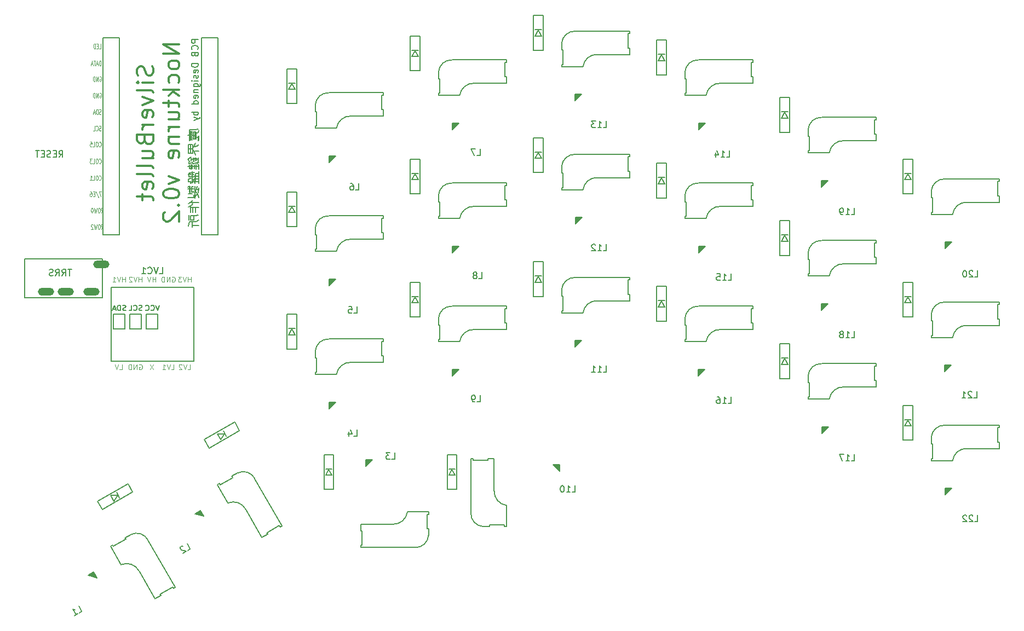
<source format=gbo>
%TF.GenerationSoftware,KiCad,Pcbnew,(6.0.5-0)*%
%TF.CreationDate,2022-10-31T01:20:07+09:00*%
%TF.ProjectId,silverbullet44,73696c76-6572-4627-956c-6c657434342e,rev?*%
%TF.SameCoordinates,Original*%
%TF.FileFunction,Legend,Bot*%
%TF.FilePolarity,Positive*%
%FSLAX46Y46*%
G04 Gerber Fmt 4.6, Leading zero omitted, Abs format (unit mm)*
G04 Created by KiCad (PCBNEW (6.0.5-0)) date 2022-10-31 01:20:07*
%MOMM*%
%LPD*%
G01*
G04 APERTURE LIST*
%ADD10C,0.300000*%
%ADD11C,0.150000*%
%ADD12C,0.100000*%
%ADD13C,0.125000*%
%ADD14O,2.500000X1.250000*%
G04 APERTURE END LIST*
D10*
X59076904Y-39349904D02*
X59195952Y-39707047D01*
X59195952Y-40302285D01*
X59076904Y-40540380D01*
X58957857Y-40659428D01*
X58719761Y-40778476D01*
X58481666Y-40778476D01*
X58243571Y-40659428D01*
X58124523Y-40540380D01*
X58005476Y-40302285D01*
X57886428Y-39826095D01*
X57767380Y-39588000D01*
X57648333Y-39468952D01*
X57410238Y-39349904D01*
X57172142Y-39349904D01*
X56934047Y-39468952D01*
X56815000Y-39588000D01*
X56695952Y-39826095D01*
X56695952Y-40421333D01*
X56815000Y-40778476D01*
X59195952Y-41849904D02*
X57529285Y-41849904D01*
X56695952Y-41849904D02*
X56815000Y-41730857D01*
X56934047Y-41849904D01*
X56815000Y-41968952D01*
X56695952Y-41849904D01*
X56934047Y-41849904D01*
X59195952Y-43397523D02*
X59076904Y-43159428D01*
X58838809Y-43040380D01*
X56695952Y-43040380D01*
X57529285Y-44111809D02*
X59195952Y-44707047D01*
X57529285Y-45302285D01*
X59076904Y-47207047D02*
X59195952Y-46968952D01*
X59195952Y-46492761D01*
X59076904Y-46254666D01*
X58838809Y-46135619D01*
X57886428Y-46135619D01*
X57648333Y-46254666D01*
X57529285Y-46492761D01*
X57529285Y-46968952D01*
X57648333Y-47207047D01*
X57886428Y-47326095D01*
X58124523Y-47326095D01*
X58362619Y-46135619D01*
X59195952Y-48397523D02*
X57529285Y-48397523D01*
X58005476Y-48397523D02*
X57767380Y-48516571D01*
X57648333Y-48635619D01*
X57529285Y-48873714D01*
X57529285Y-49111809D01*
X57886428Y-50778476D02*
X58005476Y-51135619D01*
X58124523Y-51254666D01*
X58362619Y-51373714D01*
X58719761Y-51373714D01*
X58957857Y-51254666D01*
X59076904Y-51135619D01*
X59195952Y-50897523D01*
X59195952Y-49945142D01*
X56695952Y-49945142D01*
X56695952Y-50778476D01*
X56815000Y-51016571D01*
X56934047Y-51135619D01*
X57172142Y-51254666D01*
X57410238Y-51254666D01*
X57648333Y-51135619D01*
X57767380Y-51016571D01*
X57886428Y-50778476D01*
X57886428Y-49945142D01*
X57529285Y-53516571D02*
X59195952Y-53516571D01*
X57529285Y-52445142D02*
X58838809Y-52445142D01*
X59076904Y-52564190D01*
X59195952Y-52802285D01*
X59195952Y-53159428D01*
X59076904Y-53397523D01*
X58957857Y-53516571D01*
X59195952Y-55064190D02*
X59076904Y-54826095D01*
X58838809Y-54707047D01*
X56695952Y-54707047D01*
X59195952Y-56373714D02*
X59076904Y-56135619D01*
X58838809Y-56016571D01*
X56695952Y-56016571D01*
X59076904Y-58278476D02*
X59195952Y-58040380D01*
X59195952Y-57564190D01*
X59076904Y-57326095D01*
X58838809Y-57207047D01*
X57886428Y-57207047D01*
X57648333Y-57326095D01*
X57529285Y-57564190D01*
X57529285Y-58040380D01*
X57648333Y-58278476D01*
X57886428Y-58397523D01*
X58124523Y-58397523D01*
X58362619Y-57207047D01*
X57529285Y-59111809D02*
X57529285Y-60064190D01*
X56695952Y-59468952D02*
X58838809Y-59468952D01*
X59076904Y-59588000D01*
X59195952Y-59826095D01*
X59195952Y-60064190D01*
X63220952Y-35957047D02*
X60720952Y-35957047D01*
X63220952Y-37385619D01*
X60720952Y-37385619D01*
X63220952Y-38933238D02*
X63101904Y-38695142D01*
X62982857Y-38576095D01*
X62744761Y-38457047D01*
X62030476Y-38457047D01*
X61792380Y-38576095D01*
X61673333Y-38695142D01*
X61554285Y-38933238D01*
X61554285Y-39290380D01*
X61673333Y-39528476D01*
X61792380Y-39647523D01*
X62030476Y-39766571D01*
X62744761Y-39766571D01*
X62982857Y-39647523D01*
X63101904Y-39528476D01*
X63220952Y-39290380D01*
X63220952Y-38933238D01*
X63101904Y-41909428D02*
X63220952Y-41671333D01*
X63220952Y-41195142D01*
X63101904Y-40957047D01*
X62982857Y-40838000D01*
X62744761Y-40718952D01*
X62030476Y-40718952D01*
X61792380Y-40838000D01*
X61673333Y-40957047D01*
X61554285Y-41195142D01*
X61554285Y-41671333D01*
X61673333Y-41909428D01*
X63220952Y-42980857D02*
X60720952Y-42980857D01*
X62268571Y-43218952D02*
X63220952Y-43933238D01*
X61554285Y-43933238D02*
X62506666Y-42980857D01*
X61554285Y-44647523D02*
X61554285Y-45599904D01*
X60720952Y-45004666D02*
X62863809Y-45004666D01*
X63101904Y-45123714D01*
X63220952Y-45361809D01*
X63220952Y-45599904D01*
X61554285Y-47504666D02*
X63220952Y-47504666D01*
X61554285Y-46433238D02*
X62863809Y-46433238D01*
X63101904Y-46552285D01*
X63220952Y-46790380D01*
X63220952Y-47147523D01*
X63101904Y-47385619D01*
X62982857Y-47504666D01*
X63220952Y-48695142D02*
X61554285Y-48695142D01*
X62030476Y-48695142D02*
X61792380Y-48814190D01*
X61673333Y-48933238D01*
X61554285Y-49171333D01*
X61554285Y-49409428D01*
X61554285Y-50242761D02*
X63220952Y-50242761D01*
X61792380Y-50242761D02*
X61673333Y-50361809D01*
X61554285Y-50599904D01*
X61554285Y-50957047D01*
X61673333Y-51195142D01*
X61911428Y-51314190D01*
X63220952Y-51314190D01*
X63101904Y-53457047D02*
X63220952Y-53218952D01*
X63220952Y-52742761D01*
X63101904Y-52504666D01*
X62863809Y-52385619D01*
X61911428Y-52385619D01*
X61673333Y-52504666D01*
X61554285Y-52742761D01*
X61554285Y-53218952D01*
X61673333Y-53457047D01*
X61911428Y-53576095D01*
X62149523Y-53576095D01*
X62387619Y-52385619D01*
X61554285Y-56314190D02*
X63220952Y-56909428D01*
X61554285Y-57504666D01*
X60720952Y-58933238D02*
X60720952Y-59171333D01*
X60840000Y-59409428D01*
X60959047Y-59528476D01*
X61197142Y-59647523D01*
X61673333Y-59766571D01*
X62268571Y-59766571D01*
X62744761Y-59647523D01*
X62982857Y-59528476D01*
X63101904Y-59409428D01*
X63220952Y-59171333D01*
X63220952Y-58933238D01*
X63101904Y-58695142D01*
X62982857Y-58576095D01*
X62744761Y-58457047D01*
X62268571Y-58337999D01*
X61673333Y-58337999D01*
X61197142Y-58457047D01*
X60959047Y-58576095D01*
X60840000Y-58695142D01*
X60720952Y-58933238D01*
X62982857Y-60837999D02*
X63101904Y-60957047D01*
X63220952Y-60837999D01*
X63101904Y-60718952D01*
X62982857Y-60837999D01*
X63220952Y-60837999D01*
X60959047Y-61909428D02*
X60840000Y-62028476D01*
X60720952Y-62266571D01*
X60720952Y-62861809D01*
X60840000Y-63099904D01*
X60959047Y-63218952D01*
X61197142Y-63337999D01*
X61435238Y-63337999D01*
X61792380Y-63218952D01*
X63220952Y-61790380D01*
X63220952Y-63337999D01*
D11*
X66129880Y-35173714D02*
X65129880Y-35173714D01*
X65129880Y-35554666D01*
X65177500Y-35649904D01*
X65225119Y-35697523D01*
X65320357Y-35745142D01*
X65463214Y-35745142D01*
X65558452Y-35697523D01*
X65606071Y-35649904D01*
X65653690Y-35554666D01*
X65653690Y-35173714D01*
X66034642Y-36745142D02*
X66082261Y-36697523D01*
X66129880Y-36554666D01*
X66129880Y-36459428D01*
X66082261Y-36316571D01*
X65987023Y-36221333D01*
X65891785Y-36173714D01*
X65701309Y-36126095D01*
X65558452Y-36126095D01*
X65367976Y-36173714D01*
X65272738Y-36221333D01*
X65177500Y-36316571D01*
X65129880Y-36459428D01*
X65129880Y-36554666D01*
X65177500Y-36697523D01*
X65225119Y-36745142D01*
X65606071Y-37507047D02*
X65653690Y-37649904D01*
X65701309Y-37697523D01*
X65796547Y-37745142D01*
X65939404Y-37745142D01*
X66034642Y-37697523D01*
X66082261Y-37649904D01*
X66129880Y-37554666D01*
X66129880Y-37173714D01*
X65129880Y-37173714D01*
X65129880Y-37507047D01*
X65177500Y-37602285D01*
X65225119Y-37649904D01*
X65320357Y-37697523D01*
X65415595Y-37697523D01*
X65510833Y-37649904D01*
X65558452Y-37602285D01*
X65606071Y-37507047D01*
X65606071Y-37173714D01*
X66129880Y-38935619D02*
X65129880Y-38935619D01*
X65129880Y-39173714D01*
X65177500Y-39316571D01*
X65272738Y-39411809D01*
X65367976Y-39459428D01*
X65558452Y-39507047D01*
X65701309Y-39507047D01*
X65891785Y-39459428D01*
X65987023Y-39411809D01*
X66082261Y-39316571D01*
X66129880Y-39173714D01*
X66129880Y-38935619D01*
X66082261Y-40316571D02*
X66129880Y-40221333D01*
X66129880Y-40030857D01*
X66082261Y-39935619D01*
X65987023Y-39888000D01*
X65606071Y-39888000D01*
X65510833Y-39935619D01*
X65463214Y-40030857D01*
X65463214Y-40221333D01*
X65510833Y-40316571D01*
X65606071Y-40364190D01*
X65701309Y-40364190D01*
X65796547Y-39888000D01*
X66082261Y-40745142D02*
X66129880Y-40840380D01*
X66129880Y-41030857D01*
X66082261Y-41126095D01*
X65987023Y-41173714D01*
X65939404Y-41173714D01*
X65844166Y-41126095D01*
X65796547Y-41030857D01*
X65796547Y-40888000D01*
X65748928Y-40792761D01*
X65653690Y-40745142D01*
X65606071Y-40745142D01*
X65510833Y-40792761D01*
X65463214Y-40888000D01*
X65463214Y-41030857D01*
X65510833Y-41126095D01*
X66129880Y-41602285D02*
X65463214Y-41602285D01*
X65129880Y-41602285D02*
X65177500Y-41554666D01*
X65225119Y-41602285D01*
X65177500Y-41649904D01*
X65129880Y-41602285D01*
X65225119Y-41602285D01*
X65463214Y-42507047D02*
X66272738Y-42507047D01*
X66367976Y-42459428D01*
X66415595Y-42411809D01*
X66463214Y-42316571D01*
X66463214Y-42173714D01*
X66415595Y-42078476D01*
X66082261Y-42507047D02*
X66129880Y-42411809D01*
X66129880Y-42221333D01*
X66082261Y-42126095D01*
X66034642Y-42078476D01*
X65939404Y-42030857D01*
X65653690Y-42030857D01*
X65558452Y-42078476D01*
X65510833Y-42126095D01*
X65463214Y-42221333D01*
X65463214Y-42411809D01*
X65510833Y-42507047D01*
X65463214Y-42983238D02*
X66129880Y-42983238D01*
X65558452Y-42983238D02*
X65510833Y-43030857D01*
X65463214Y-43126095D01*
X65463214Y-43268952D01*
X65510833Y-43364190D01*
X65606071Y-43411809D01*
X66129880Y-43411809D01*
X66082261Y-44268952D02*
X66129880Y-44173714D01*
X66129880Y-43983238D01*
X66082261Y-43888000D01*
X65987023Y-43840380D01*
X65606071Y-43840380D01*
X65510833Y-43888000D01*
X65463214Y-43983238D01*
X65463214Y-44173714D01*
X65510833Y-44268952D01*
X65606071Y-44316571D01*
X65701309Y-44316571D01*
X65796547Y-43840380D01*
X66129880Y-45173714D02*
X65129880Y-45173714D01*
X66082261Y-45173714D02*
X66129880Y-45078476D01*
X66129880Y-44888000D01*
X66082261Y-44792761D01*
X66034642Y-44745142D01*
X65939404Y-44697523D01*
X65653690Y-44697523D01*
X65558452Y-44745142D01*
X65510833Y-44792761D01*
X65463214Y-44888000D01*
X65463214Y-45078476D01*
X65510833Y-45173714D01*
X66129880Y-46411809D02*
X65129880Y-46411809D01*
X65510833Y-46411809D02*
X65463214Y-46507047D01*
X65463214Y-46697523D01*
X65510833Y-46792761D01*
X65558452Y-46840380D01*
X65653690Y-46888000D01*
X65939404Y-46888000D01*
X66034642Y-46840380D01*
X66082261Y-46792761D01*
X66129880Y-46697523D01*
X66129880Y-46507047D01*
X66082261Y-46411809D01*
X65463214Y-47221333D02*
X66129880Y-47459428D01*
X65463214Y-47697523D02*
X66129880Y-47459428D01*
X66367976Y-47364190D01*
X66415595Y-47316571D01*
X66463214Y-47221333D01*
X64756071Y-49195142D02*
X64756071Y-50838000D01*
X64970357Y-49338000D02*
X64970357Y-49980857D01*
X64970357Y-50123714D02*
X64970357Y-50766571D01*
X65613214Y-49480857D02*
X65613214Y-50623714D01*
X65827500Y-49480857D02*
X65827500Y-50623714D01*
X66113214Y-50266571D02*
X66113214Y-50695142D01*
X65398928Y-49480857D02*
X65827500Y-49480857D01*
X64827500Y-49695142D02*
X65256071Y-49695142D01*
X64541785Y-49980857D02*
X64756071Y-49980857D01*
X65827500Y-50409428D02*
X66113214Y-50266571D01*
X64827500Y-50409428D02*
X65256071Y-50409428D01*
X65398928Y-49480857D02*
X65398928Y-50623714D01*
X65827500Y-50623714D01*
X64898928Y-50409428D02*
X65256071Y-50766571D01*
X64898928Y-50409428D02*
X65256071Y-50123714D01*
X64898928Y-49695142D02*
X65184642Y-49409428D01*
X64970357Y-49695142D02*
X65184642Y-49980857D01*
X65827500Y-49766571D02*
X66113214Y-49552285D01*
X66256071Y-49266571D01*
X64756071Y-49195142D02*
X65684642Y-49195142D01*
X66184642Y-49052285D01*
X65398928Y-50052285D02*
X65827500Y-50052285D01*
X66256071Y-50052285D02*
X66256071Y-50766571D01*
X66184642Y-50838000D01*
X64970357Y-51409428D02*
X64970357Y-52766571D01*
X65327500Y-51409428D02*
X65327500Y-52766571D01*
X64613214Y-51409428D02*
X65256071Y-51409428D01*
X64613214Y-52123714D02*
X65256071Y-52123714D01*
X65613214Y-52480857D02*
X66256071Y-52480857D01*
X64613214Y-51409428D02*
X64613214Y-52766571D01*
X65256071Y-52766571D01*
X65327500Y-52266571D02*
X65470357Y-52480857D01*
X65756071Y-53052285D01*
X65327500Y-51980857D02*
X65470357Y-51766571D01*
X65756071Y-51195142D01*
X65541785Y-51766571D02*
X65970357Y-51695142D01*
X66256071Y-51409428D01*
X65041785Y-54480857D02*
X65041785Y-55266571D01*
X65041785Y-53552285D02*
X65041785Y-53980857D01*
X65256071Y-54552285D02*
X65256071Y-55123714D01*
X65398928Y-53480857D02*
X65398928Y-54052285D01*
X65541785Y-54552285D02*
X65541785Y-55195142D01*
X65827500Y-54480857D02*
X65827500Y-55266571D01*
X65041785Y-53766571D02*
X66113214Y-53766571D01*
X65541785Y-53980857D02*
X65898928Y-53909428D01*
X64541785Y-54838000D02*
X66113214Y-54838000D01*
X64756071Y-54552285D02*
X64756071Y-55123714D01*
X65256071Y-55123714D01*
X64541785Y-53766571D02*
X64827500Y-54052285D01*
X64541785Y-53766571D02*
X65041785Y-53409428D01*
X65541785Y-53552285D02*
X65898928Y-53552285D01*
X64684642Y-54123714D02*
X64684642Y-54409428D01*
X65327500Y-54195142D01*
X65327500Y-54409428D01*
X66256071Y-54195142D01*
X65898928Y-54266571D02*
X66256071Y-54623714D01*
X66256071Y-55266571D01*
X66184642Y-53480857D02*
X66113214Y-54052285D01*
X65184642Y-55623714D02*
X65184642Y-56480857D01*
X66256071Y-55623714D02*
X66256071Y-57480857D01*
X65756071Y-55909428D02*
X66256071Y-55909428D01*
X65256071Y-56123714D02*
X65470357Y-56123714D01*
X65756071Y-56338000D02*
X66256071Y-56338000D01*
X65756071Y-56766571D02*
X66256071Y-56766571D01*
X65756071Y-55909428D02*
X65756071Y-57195142D01*
X66256071Y-57195142D01*
X64827500Y-56052285D02*
X65041785Y-56123714D01*
X65256071Y-56766571D02*
X65470357Y-56980857D01*
X65684642Y-57409428D01*
X64613214Y-56766571D02*
X64613214Y-57195142D01*
X65041785Y-57195142D01*
X64970357Y-57480857D01*
X65041785Y-57480857D01*
X65184642Y-56623714D02*
X65184642Y-57338000D01*
X65470357Y-57052285D01*
X65684642Y-56623714D01*
X64684642Y-55838000D02*
X64684642Y-56409428D01*
X65613214Y-56409428D01*
X65613214Y-56195142D01*
X64613214Y-56766571D02*
X65041785Y-56695142D01*
X64684642Y-55838000D02*
X65184642Y-55838000D01*
X65541785Y-55766571D01*
X64613214Y-56123714D02*
X64684642Y-56052285D01*
X64756071Y-57980857D02*
X64756071Y-58766571D01*
X64898928Y-57838000D02*
X64898928Y-58909428D01*
X65398928Y-58623714D02*
X65398928Y-58766571D01*
X65470357Y-59266571D02*
X65470357Y-59552285D01*
X65613214Y-57838000D02*
X65613214Y-59695142D01*
X65113214Y-57980857D02*
X65398928Y-57980857D01*
X64541785Y-58338000D02*
X65470357Y-58338000D01*
X65827500Y-58409428D02*
X66184642Y-58409428D01*
X65113214Y-57980857D02*
X65113214Y-58766571D01*
X65398928Y-58766571D01*
X64613214Y-59052285D02*
X65256071Y-59052285D01*
X64541785Y-59623714D02*
X65470357Y-59623714D01*
X65541785Y-58766571D02*
X65827500Y-58838000D01*
X66041785Y-59123714D01*
X66256071Y-59623714D01*
X64541785Y-58052285D02*
X64827500Y-57909428D01*
X65756071Y-59480857D02*
X65970357Y-59052285D01*
X65613214Y-58766571D02*
X65898928Y-58338000D01*
X65970357Y-57838000D01*
X66113214Y-58909428D02*
X66256071Y-58123714D01*
X64970357Y-60909428D02*
X64970357Y-61909428D01*
X65327500Y-61195142D02*
X65327500Y-61909428D01*
X65756071Y-61195142D02*
X65756071Y-61909428D01*
X64898928Y-60409428D02*
X66256071Y-60409428D01*
X64898928Y-61195142D02*
X66256071Y-61195142D01*
X64613214Y-60552285D02*
X65041785Y-60338000D01*
X65327500Y-60052285D01*
X64613214Y-61052285D02*
X65113214Y-60838000D01*
X65327500Y-60623714D01*
X64684642Y-62338000D02*
X64684642Y-63123714D01*
X65256071Y-63409428D02*
X65256071Y-64195142D01*
X65470357Y-62409428D02*
X65470357Y-63123714D01*
X64970357Y-62409428D02*
X64970357Y-63123714D01*
X65470357Y-63123714D01*
X65256071Y-63980857D02*
X66256071Y-63980857D01*
X64613214Y-64052285D02*
X64827500Y-63409428D01*
X64970357Y-62409428D02*
X65756071Y-62409428D01*
X66184642Y-62338000D01*
X64827500Y-63409428D02*
X65256071Y-63409428D01*
X65827500Y-63338000D01*
X66256071Y-63123714D01*
X60142738Y-71440380D02*
X60618928Y-71440380D01*
X60618928Y-70440380D01*
X59952261Y-70440380D02*
X59618928Y-71440380D01*
X59285595Y-70440380D01*
X58380833Y-71345142D02*
X58428452Y-71392761D01*
X58571309Y-71440380D01*
X58666547Y-71440380D01*
X58809404Y-71392761D01*
X58904642Y-71297523D01*
X58952261Y-71202285D01*
X58999880Y-71011809D01*
X58999880Y-70868952D01*
X58952261Y-70678476D01*
X58904642Y-70583238D01*
X58809404Y-70488000D01*
X58666547Y-70440380D01*
X58571309Y-70440380D01*
X58428452Y-70488000D01*
X58380833Y-70535619D01*
X57428452Y-71440380D02*
X57999880Y-71440380D01*
X57714166Y-71440380D02*
X57714166Y-70440380D01*
X57809404Y-70583238D01*
X57904642Y-70678476D01*
X57999880Y-70726095D01*
X52714800Y-73543200D02*
X52714800Y-84988000D01*
X65447500Y-73543200D02*
X52714800Y-73543200D01*
X65447500Y-84988000D02*
X65447500Y-73543200D01*
X52714800Y-84988000D02*
X65447500Y-84988000D01*
X186189857Y-109799380D02*
X186666047Y-109799380D01*
X186666047Y-108799380D01*
X185904142Y-108894619D02*
X185856523Y-108847000D01*
X185761285Y-108799380D01*
X185523190Y-108799380D01*
X185427952Y-108847000D01*
X185380333Y-108894619D01*
X185332714Y-108989857D01*
X185332714Y-109085095D01*
X185380333Y-109227952D01*
X185951761Y-109799380D01*
X185332714Y-109799380D01*
X184951761Y-108894619D02*
X184904142Y-108847000D01*
X184808904Y-108799380D01*
X184570809Y-108799380D01*
X184475571Y-108847000D01*
X184427952Y-108894619D01*
X184380333Y-108989857D01*
X184380333Y-109085095D01*
X184427952Y-109227952D01*
X184999380Y-109799380D01*
X184380333Y-109799380D01*
D12*
X57391180Y-72701104D02*
X57391180Y-71901104D01*
X57391180Y-72282057D02*
X56934038Y-72282057D01*
X56934038Y-72701104D02*
X56934038Y-71901104D01*
X56667371Y-71901104D02*
X56400704Y-72701104D01*
X56134038Y-71901104D01*
X55905466Y-71977295D02*
X55867371Y-71939200D01*
X55791180Y-71901104D01*
X55600704Y-71901104D01*
X55524514Y-71939200D01*
X55486419Y-71977295D01*
X55448323Y-72053485D01*
X55448323Y-72129676D01*
X55486419Y-72243961D01*
X55943561Y-72701104D01*
X55448323Y-72701104D01*
D11*
X128785857Y-67889380D02*
X129262047Y-67889380D01*
X129262047Y-66889380D01*
X127928714Y-67889380D02*
X128500142Y-67889380D01*
X128214428Y-67889380D02*
X128214428Y-66889380D01*
X128309666Y-67032238D01*
X128404904Y-67127476D01*
X128500142Y-67175095D01*
X127547761Y-66984619D02*
X127500142Y-66937000D01*
X127404904Y-66889380D01*
X127166809Y-66889380D01*
X127071571Y-66937000D01*
X127023952Y-66984619D01*
X126976333Y-67079857D01*
X126976333Y-67175095D01*
X127023952Y-67317952D01*
X127595380Y-67889380D01*
X126976333Y-67889380D01*
D12*
X57037023Y-85488000D02*
X57113214Y-85449904D01*
X57227500Y-85449904D01*
X57341785Y-85488000D01*
X57417976Y-85564190D01*
X57456071Y-85640380D01*
X57494166Y-85792761D01*
X57494166Y-85907047D01*
X57456071Y-86059428D01*
X57417976Y-86135619D01*
X57341785Y-86211809D01*
X57227500Y-86249904D01*
X57151309Y-86249904D01*
X57037023Y-86211809D01*
X56998928Y-86173714D01*
X56998928Y-85907047D01*
X57151309Y-85907047D01*
X56656071Y-86249904D02*
X56656071Y-85449904D01*
X56198928Y-86249904D01*
X56198928Y-85449904D01*
X55817976Y-86249904D02*
X55817976Y-85449904D01*
X55627500Y-85449904D01*
X55513214Y-85488000D01*
X55437023Y-85564190D01*
X55398928Y-85640380D01*
X55360833Y-85792761D01*
X55360833Y-85907047D01*
X55398928Y-86059428D01*
X55437023Y-86135619D01*
X55513214Y-86211809D01*
X55627500Y-86249904D01*
X55817976Y-86249904D01*
X59550228Y-72701104D02*
X59550228Y-71901104D01*
X59550228Y-72282057D02*
X59093085Y-72282057D01*
X59093085Y-72701104D02*
X59093085Y-71901104D01*
X58826419Y-71901104D02*
X58559752Y-72701104D01*
X58293085Y-71901104D01*
D11*
X147835857Y-53411380D02*
X148312047Y-53411380D01*
X148312047Y-52411380D01*
X146978714Y-53411380D02*
X147550142Y-53411380D01*
X147264428Y-53411380D02*
X147264428Y-52411380D01*
X147359666Y-52554238D01*
X147454904Y-52649476D01*
X147550142Y-52697095D01*
X146121571Y-52744714D02*
X146121571Y-53411380D01*
X146359666Y-52363761D02*
X146597761Y-53078047D01*
X145978714Y-53078047D01*
X186042857Y-90652380D02*
X186519047Y-90652380D01*
X186519047Y-89652380D01*
X185757142Y-89747619D02*
X185709523Y-89700000D01*
X185614285Y-89652380D01*
X185376190Y-89652380D01*
X185280952Y-89700000D01*
X185233333Y-89747619D01*
X185185714Y-89842857D01*
X185185714Y-89938095D01*
X185233333Y-90080952D01*
X185804761Y-90652380D01*
X185185714Y-90652380D01*
X184233333Y-90652380D02*
X184804761Y-90652380D01*
X184519047Y-90652380D02*
X184519047Y-89652380D01*
X184614285Y-89795238D01*
X184709523Y-89890476D01*
X184804761Y-89938095D01*
X128785857Y-86685380D02*
X129262047Y-86685380D01*
X129262047Y-85685380D01*
X127928714Y-86685380D02*
X128500142Y-86685380D01*
X128214428Y-86685380D02*
X128214428Y-85685380D01*
X128309666Y-85828238D01*
X128404904Y-85923476D01*
X128500142Y-85971095D01*
X126976333Y-86685380D02*
X127547761Y-86685380D01*
X127262047Y-86685380D02*
X127262047Y-85685380D01*
X127357285Y-85828238D01*
X127452523Y-85923476D01*
X127547761Y-85971095D01*
D12*
X59234166Y-85449904D02*
X58700833Y-86249904D01*
X58700833Y-85449904D02*
X59234166Y-86249904D01*
X65011180Y-72701104D02*
X65011180Y-71901104D01*
X65011180Y-72282057D02*
X64554038Y-72282057D01*
X64554038Y-72701104D02*
X64554038Y-71901104D01*
X64287371Y-71901104D02*
X64020704Y-72701104D01*
X63754038Y-71901104D01*
X63563561Y-71901104D02*
X63068323Y-71901104D01*
X63334990Y-72205866D01*
X63220704Y-72205866D01*
X63144514Y-72243961D01*
X63106419Y-72282057D01*
X63068323Y-72358247D01*
X63068323Y-72548723D01*
X63106419Y-72624914D01*
X63144514Y-72663009D01*
X63220704Y-72701104D01*
X63449276Y-72701104D01*
X63525466Y-72663009D01*
X63563561Y-72624914D01*
D11*
X167139857Y-62301380D02*
X167616047Y-62301380D01*
X167616047Y-61301380D01*
X166282714Y-62301380D02*
X166854142Y-62301380D01*
X166568428Y-62301380D02*
X166568428Y-61301380D01*
X166663666Y-61444238D01*
X166758904Y-61539476D01*
X166854142Y-61587095D01*
X165806523Y-62301380D02*
X165616047Y-62301380D01*
X165520809Y-62253761D01*
X165473190Y-62206142D01*
X165377952Y-62063285D01*
X165330333Y-61872809D01*
X165330333Y-61491857D01*
X165377952Y-61396619D01*
X165425571Y-61349000D01*
X165520809Y-61301380D01*
X165711285Y-61301380D01*
X165806523Y-61349000D01*
X165854142Y-61396619D01*
X165901761Y-61491857D01*
X165901761Y-61729952D01*
X165854142Y-61825190D01*
X165806523Y-61872809D01*
X165711285Y-61920428D01*
X165520809Y-61920428D01*
X165425571Y-61872809D01*
X165377952Y-61825190D01*
X165330333Y-61729952D01*
X90463666Y-58491380D02*
X90939857Y-58491380D01*
X90939857Y-57491380D01*
X89701761Y-57491380D02*
X89892238Y-57491380D01*
X89987476Y-57539000D01*
X90035095Y-57586619D01*
X90130333Y-57729476D01*
X90177952Y-57919952D01*
X90177952Y-58300904D01*
X90130333Y-58396142D01*
X90082714Y-58443761D01*
X89987476Y-58491380D01*
X89797000Y-58491380D01*
X89701761Y-58443761D01*
X89654142Y-58396142D01*
X89606523Y-58300904D01*
X89606523Y-58062809D01*
X89654142Y-57967571D01*
X89701761Y-57919952D01*
X89797000Y-57872333D01*
X89987476Y-57872333D01*
X90082714Y-57919952D01*
X90130333Y-57967571D01*
X90177952Y-58062809D01*
X128785857Y-48839380D02*
X129262047Y-48839380D01*
X129262047Y-47839380D01*
X127928714Y-48839380D02*
X128500142Y-48839380D01*
X128214428Y-48839380D02*
X128214428Y-47839380D01*
X128309666Y-47982238D01*
X128404904Y-48077476D01*
X128500142Y-48125095D01*
X127595380Y-47839380D02*
X126976333Y-47839380D01*
X127309666Y-48220333D01*
X127166809Y-48220333D01*
X127071571Y-48267952D01*
X127023952Y-48315571D01*
X126976333Y-48410809D01*
X126976333Y-48648904D01*
X127023952Y-48744142D01*
X127071571Y-48791761D01*
X127166809Y-48839380D01*
X127452523Y-48839380D01*
X127547761Y-48791761D01*
X127595380Y-48744142D01*
X96051666Y-100147380D02*
X96527857Y-100147380D01*
X96527857Y-99147380D01*
X95813571Y-99147380D02*
X95194523Y-99147380D01*
X95527857Y-99528333D01*
X95385000Y-99528333D01*
X95289761Y-99575952D01*
X95242142Y-99623571D01*
X95194523Y-99718809D01*
X95194523Y-99956904D01*
X95242142Y-100052142D01*
X95289761Y-100099761D01*
X95385000Y-100147380D01*
X95670714Y-100147380D01*
X95765952Y-100099761D01*
X95813571Y-100052142D01*
X167139857Y-81351380D02*
X167616047Y-81351380D01*
X167616047Y-80351380D01*
X166282714Y-81351380D02*
X166854142Y-81351380D01*
X166568428Y-81351380D02*
X166568428Y-80351380D01*
X166663666Y-80494238D01*
X166758904Y-80589476D01*
X166854142Y-80637095D01*
X165711285Y-80779952D02*
X165806523Y-80732333D01*
X165854142Y-80684714D01*
X165901761Y-80589476D01*
X165901761Y-80541857D01*
X165854142Y-80446619D01*
X165806523Y-80399000D01*
X165711285Y-80351380D01*
X165520809Y-80351380D01*
X165425571Y-80399000D01*
X165377952Y-80446619D01*
X165330333Y-80541857D01*
X165330333Y-80589476D01*
X165377952Y-80684714D01*
X165425571Y-80732333D01*
X165520809Y-80779952D01*
X165711285Y-80779952D01*
X165806523Y-80827571D01*
X165854142Y-80875190D01*
X165901761Y-80970428D01*
X165901761Y-81160904D01*
X165854142Y-81256142D01*
X165806523Y-81303761D01*
X165711285Y-81351380D01*
X165520809Y-81351380D01*
X165425571Y-81303761D01*
X165377952Y-81256142D01*
X165330333Y-81160904D01*
X165330333Y-80970428D01*
X165377952Y-80875190D01*
X165425571Y-80827571D01*
X165520809Y-80779952D01*
X148089857Y-72461380D02*
X148566047Y-72461380D01*
X148566047Y-71461380D01*
X147232714Y-72461380D02*
X147804142Y-72461380D01*
X147518428Y-72461380D02*
X147518428Y-71461380D01*
X147613666Y-71604238D01*
X147708904Y-71699476D01*
X147804142Y-71747095D01*
X146327952Y-71461380D02*
X146804142Y-71461380D01*
X146851761Y-71937571D01*
X146804142Y-71889952D01*
X146708904Y-71842333D01*
X146470809Y-71842333D01*
X146375571Y-71889952D01*
X146327952Y-71937571D01*
X146280333Y-72032809D01*
X146280333Y-72270904D01*
X146327952Y-72366142D01*
X146375571Y-72413761D01*
X146470809Y-72461380D01*
X146708904Y-72461380D01*
X146804142Y-72413761D01*
X146851761Y-72366142D01*
D12*
X62128323Y-71939200D02*
X62204514Y-71901104D01*
X62318800Y-71901104D01*
X62433085Y-71939200D01*
X62509276Y-72015390D01*
X62547371Y-72091580D01*
X62585466Y-72243961D01*
X62585466Y-72358247D01*
X62547371Y-72510628D01*
X62509276Y-72586819D01*
X62433085Y-72663009D01*
X62318800Y-72701104D01*
X62242609Y-72701104D01*
X62128323Y-72663009D01*
X62090228Y-72624914D01*
X62090228Y-72358247D01*
X62242609Y-72358247D01*
X61747371Y-72701104D02*
X61747371Y-71901104D01*
X61290228Y-72701104D01*
X61290228Y-71901104D01*
X60909276Y-72701104D02*
X60909276Y-71901104D01*
X60718800Y-71901104D01*
X60604514Y-71939200D01*
X60528323Y-72015390D01*
X60490228Y-72091580D01*
X60452133Y-72243961D01*
X60452133Y-72358247D01*
X60490228Y-72510628D01*
X60528323Y-72586819D01*
X60604514Y-72663009D01*
X60718800Y-72701104D01*
X60909276Y-72701104D01*
X61983690Y-86249904D02*
X62364642Y-86249904D01*
X62364642Y-85449904D01*
X61831309Y-85449904D02*
X61564642Y-86249904D01*
X61297976Y-85449904D01*
X60612261Y-86249904D02*
X61069404Y-86249904D01*
X60840833Y-86249904D02*
X60840833Y-85449904D01*
X60917023Y-85564190D01*
X60993214Y-85640380D01*
X61069404Y-85678476D01*
D11*
X64505528Y-114227440D02*
X64917921Y-113989344D01*
X64417921Y-113123319D01*
X63805711Y-113586750D02*
X63740662Y-113569320D01*
X63634374Y-113575700D01*
X63428177Y-113694747D01*
X63369508Y-113783606D01*
X63352078Y-113848655D01*
X63358458Y-113954943D01*
X63406077Y-114037421D01*
X63518745Y-114137330D01*
X64299331Y-114346487D01*
X63763220Y-114656011D01*
D12*
X64523690Y-86249904D02*
X64904642Y-86249904D01*
X64904642Y-85449904D01*
X64371309Y-85449904D02*
X64104642Y-86249904D01*
X63837976Y-85449904D01*
X63609404Y-85526095D02*
X63571309Y-85488000D01*
X63495119Y-85449904D01*
X63304642Y-85449904D01*
X63228452Y-85488000D01*
X63190357Y-85526095D01*
X63152261Y-85602285D01*
X63152261Y-85678476D01*
X63190357Y-85792761D01*
X63647500Y-86249904D01*
X63152261Y-86249904D01*
D11*
X90209666Y-77541380D02*
X90685857Y-77541380D01*
X90685857Y-76541380D01*
X89400142Y-76541380D02*
X89876333Y-76541380D01*
X89923952Y-77017571D01*
X89876333Y-76969952D01*
X89781095Y-76922333D01*
X89543000Y-76922333D01*
X89447761Y-76969952D01*
X89400142Y-77017571D01*
X89352523Y-77112809D01*
X89352523Y-77350904D01*
X89400142Y-77446142D01*
X89447761Y-77493761D01*
X89543000Y-77541380D01*
X89781095Y-77541380D01*
X89876333Y-77493761D01*
X89923952Y-77446142D01*
X186189857Y-71953380D02*
X186666047Y-71953380D01*
X186666047Y-70953380D01*
X185904142Y-71048619D02*
X185856523Y-71001000D01*
X185761285Y-70953380D01*
X185523190Y-70953380D01*
X185427952Y-71001000D01*
X185380333Y-71048619D01*
X185332714Y-71143857D01*
X185332714Y-71239095D01*
X185380333Y-71381952D01*
X185951761Y-71953380D01*
X185332714Y-71953380D01*
X184713666Y-70953380D02*
X184618428Y-70953380D01*
X184523190Y-71001000D01*
X184475571Y-71048619D01*
X184427952Y-71143857D01*
X184380333Y-71334333D01*
X184380333Y-71572428D01*
X184427952Y-71762904D01*
X184475571Y-71858142D01*
X184523190Y-71905761D01*
X184618428Y-71953380D01*
X184713666Y-71953380D01*
X184808904Y-71905761D01*
X184856523Y-71858142D01*
X184904142Y-71762904D01*
X184951761Y-71572428D01*
X184951761Y-71334333D01*
X184904142Y-71143857D01*
X184856523Y-71048619D01*
X184808904Y-71001000D01*
X184713666Y-70953380D01*
D12*
X53982738Y-86249904D02*
X54363690Y-86249904D01*
X54363690Y-85449904D01*
X53830357Y-85449904D02*
X53563690Y-86249904D01*
X53297023Y-85449904D01*
D11*
X148089857Y-91511380D02*
X148566047Y-91511380D01*
X148566047Y-90511380D01*
X147232714Y-91511380D02*
X147804142Y-91511380D01*
X147518428Y-91511380D02*
X147518428Y-90511380D01*
X147613666Y-90654238D01*
X147708904Y-90749476D01*
X147804142Y-90797095D01*
X146375571Y-90511380D02*
X146566047Y-90511380D01*
X146661285Y-90559000D01*
X146708904Y-90606619D01*
X146804142Y-90749476D01*
X146851761Y-90939952D01*
X146851761Y-91320904D01*
X146804142Y-91416142D01*
X146756523Y-91463761D01*
X146661285Y-91511380D01*
X146470809Y-91511380D01*
X146375571Y-91463761D01*
X146327952Y-91416142D01*
X146280333Y-91320904D01*
X146280333Y-91082809D01*
X146327952Y-90987571D01*
X146375571Y-90939952D01*
X146470809Y-90892333D01*
X146661285Y-90892333D01*
X146756523Y-90939952D01*
X146804142Y-90987571D01*
X146851761Y-91082809D01*
X47741528Y-123879440D02*
X48153921Y-123641344D01*
X47653921Y-122775319D01*
X46999220Y-124308011D02*
X47494092Y-124022297D01*
X47246656Y-124165154D02*
X46746656Y-123299128D01*
X46900563Y-123375227D01*
X47030661Y-123410087D01*
X47136949Y-123403707D01*
X109513666Y-72207380D02*
X109989857Y-72207380D01*
X109989857Y-71207380D01*
X109037476Y-71635952D02*
X109132714Y-71588333D01*
X109180333Y-71540714D01*
X109227952Y-71445476D01*
X109227952Y-71397857D01*
X109180333Y-71302619D01*
X109132714Y-71255000D01*
X109037476Y-71207380D01*
X108847000Y-71207380D01*
X108751761Y-71255000D01*
X108704142Y-71302619D01*
X108656523Y-71397857D01*
X108656523Y-71445476D01*
X108704142Y-71540714D01*
X108751761Y-71588333D01*
X108847000Y-71635952D01*
X109037476Y-71635952D01*
X109132714Y-71683571D01*
X109180333Y-71731190D01*
X109227952Y-71826428D01*
X109227952Y-72016904D01*
X109180333Y-72112142D01*
X109132714Y-72159761D01*
X109037476Y-72207380D01*
X108847000Y-72207380D01*
X108751761Y-72159761D01*
X108704142Y-72112142D01*
X108656523Y-72016904D01*
X108656523Y-71826428D01*
X108704142Y-71731190D01*
X108751761Y-71683571D01*
X108847000Y-71635952D01*
X90209666Y-96591380D02*
X90685857Y-96591380D01*
X90685857Y-95591380D01*
X89447761Y-95924714D02*
X89447761Y-96591380D01*
X89685857Y-95543761D02*
X89923952Y-96258047D01*
X89304904Y-96258047D01*
X123959857Y-105227380D02*
X124436047Y-105227380D01*
X124436047Y-104227380D01*
X123102714Y-105227380D02*
X123674142Y-105227380D01*
X123388428Y-105227380D02*
X123388428Y-104227380D01*
X123483666Y-104370238D01*
X123578904Y-104465476D01*
X123674142Y-104513095D01*
X122483666Y-104227380D02*
X122388428Y-104227380D01*
X122293190Y-104275000D01*
X122245571Y-104322619D01*
X122197952Y-104417857D01*
X122150333Y-104608333D01*
X122150333Y-104846428D01*
X122197952Y-105036904D01*
X122245571Y-105132142D01*
X122293190Y-105179761D01*
X122388428Y-105227380D01*
X122483666Y-105227380D01*
X122578904Y-105179761D01*
X122626523Y-105132142D01*
X122674142Y-105036904D01*
X122721761Y-104846428D01*
X122721761Y-104608333D01*
X122674142Y-104417857D01*
X122626523Y-104322619D01*
X122578904Y-104275000D01*
X122483666Y-104227380D01*
D12*
X54851180Y-72701104D02*
X54851180Y-71901104D01*
X54851180Y-72282057D02*
X54394038Y-72282057D01*
X54394038Y-72701104D02*
X54394038Y-71901104D01*
X54127371Y-71901104D02*
X53860704Y-72701104D01*
X53594038Y-71901104D01*
X52908323Y-72701104D02*
X53365466Y-72701104D01*
X53136895Y-72701104D02*
X53136895Y-71901104D01*
X53213085Y-72015390D01*
X53289276Y-72091580D01*
X53365466Y-72129676D01*
D11*
X109259666Y-91257380D02*
X109735857Y-91257380D01*
X109735857Y-90257380D01*
X108878714Y-91257380D02*
X108688238Y-91257380D01*
X108593000Y-91209761D01*
X108545380Y-91162142D01*
X108450142Y-91019285D01*
X108402523Y-90828809D01*
X108402523Y-90447857D01*
X108450142Y-90352619D01*
X108497761Y-90305000D01*
X108593000Y-90257380D01*
X108783476Y-90257380D01*
X108878714Y-90305000D01*
X108926333Y-90352619D01*
X108973952Y-90447857D01*
X108973952Y-90685952D01*
X108926333Y-90781190D01*
X108878714Y-90828809D01*
X108783476Y-90876428D01*
X108593000Y-90876428D01*
X108497761Y-90828809D01*
X108450142Y-90781190D01*
X108402523Y-90685952D01*
X109259666Y-53157380D02*
X109735857Y-53157380D01*
X109735857Y-52157380D01*
X109021571Y-52157380D02*
X108354904Y-52157380D01*
X108783476Y-53157380D01*
X167139857Y-100401380D02*
X167616047Y-100401380D01*
X167616047Y-99401380D01*
X166282714Y-100401380D02*
X166854142Y-100401380D01*
X166568428Y-100401380D02*
X166568428Y-99401380D01*
X166663666Y-99544238D01*
X166758904Y-99639476D01*
X166854142Y-99687095D01*
X165949380Y-99401380D02*
X165282714Y-99401380D01*
X165711285Y-100401380D01*
X46567504Y-70750180D02*
X45996076Y-70750180D01*
X46281790Y-71750180D02*
X46281790Y-70750180D01*
X45091314Y-71750180D02*
X45424647Y-71273990D01*
X45662742Y-71750180D02*
X45662742Y-70750180D01*
X45281790Y-70750180D01*
X45186552Y-70797800D01*
X45138933Y-70845419D01*
X45091314Y-70940657D01*
X45091314Y-71083514D01*
X45138933Y-71178752D01*
X45186552Y-71226371D01*
X45281790Y-71273990D01*
X45662742Y-71273990D01*
X44091314Y-71750180D02*
X44424647Y-71273990D01*
X44662742Y-71750180D02*
X44662742Y-70750180D01*
X44281790Y-70750180D01*
X44186552Y-70797800D01*
X44138933Y-70845419D01*
X44091314Y-70940657D01*
X44091314Y-71083514D01*
X44138933Y-71178752D01*
X44186552Y-71226371D01*
X44281790Y-71273990D01*
X44662742Y-71273990D01*
X43710361Y-71702561D02*
X43567504Y-71750180D01*
X43329409Y-71750180D01*
X43234171Y-71702561D01*
X43186552Y-71654942D01*
X43138933Y-71559704D01*
X43138933Y-71464466D01*
X43186552Y-71369228D01*
X43234171Y-71321609D01*
X43329409Y-71273990D01*
X43519885Y-71226371D01*
X43615123Y-71178752D01*
X43662742Y-71131133D01*
X43710361Y-71035895D01*
X43710361Y-70940657D01*
X43662742Y-70845419D01*
X43615123Y-70797800D01*
X43519885Y-70750180D01*
X43281790Y-70750180D01*
X43138933Y-70797800D01*
X44609880Y-53411380D02*
X44943214Y-52935190D01*
X45181309Y-53411380D02*
X45181309Y-52411380D01*
X44800357Y-52411380D01*
X44705119Y-52459000D01*
X44657500Y-52506619D01*
X44609880Y-52601857D01*
X44609880Y-52744714D01*
X44657500Y-52839952D01*
X44705119Y-52887571D01*
X44800357Y-52935190D01*
X45181309Y-52935190D01*
X44181309Y-52887571D02*
X43847976Y-52887571D01*
X43705119Y-53411380D02*
X44181309Y-53411380D01*
X44181309Y-52411380D01*
X43705119Y-52411380D01*
X43324166Y-53363761D02*
X43181309Y-53411380D01*
X42943214Y-53411380D01*
X42847976Y-53363761D01*
X42800357Y-53316142D01*
X42752738Y-53220904D01*
X42752738Y-53125666D01*
X42800357Y-53030428D01*
X42847976Y-52982809D01*
X42943214Y-52935190D01*
X43133690Y-52887571D01*
X43228928Y-52839952D01*
X43276547Y-52792333D01*
X43324166Y-52697095D01*
X43324166Y-52601857D01*
X43276547Y-52506619D01*
X43228928Y-52459000D01*
X43133690Y-52411380D01*
X42895595Y-52411380D01*
X42752738Y-52459000D01*
X42324166Y-52887571D02*
X41990833Y-52887571D01*
X41847976Y-53411380D02*
X42324166Y-53411380D01*
X42324166Y-52411380D01*
X41847976Y-52411380D01*
X41562261Y-52411380D02*
X40990833Y-52411380D01*
X41276547Y-53411380D02*
X41276547Y-52411380D01*
D13*
X51130642Y-46722071D02*
X51059214Y-46757785D01*
X50940166Y-46757785D01*
X50892547Y-46722071D01*
X50868738Y-46686357D01*
X50844928Y-46614928D01*
X50844928Y-46543500D01*
X50868738Y-46472071D01*
X50892547Y-46436357D01*
X50940166Y-46400642D01*
X51035404Y-46364928D01*
X51083023Y-46329214D01*
X51106833Y-46293500D01*
X51130642Y-46222071D01*
X51130642Y-46150642D01*
X51106833Y-46079214D01*
X51083023Y-46043500D01*
X51035404Y-46007785D01*
X50916357Y-46007785D01*
X50844928Y-46043500D01*
X50630642Y-46757785D02*
X50630642Y-46007785D01*
X50511595Y-46007785D01*
X50440166Y-46043500D01*
X50392547Y-46114928D01*
X50368738Y-46186357D01*
X50344928Y-46329214D01*
X50344928Y-46436357D01*
X50368738Y-46579214D01*
X50392547Y-46650642D01*
X50440166Y-46722071D01*
X50511595Y-46757785D01*
X50630642Y-46757785D01*
X50154452Y-46543500D02*
X49916357Y-46543500D01*
X50202071Y-46757785D02*
X50035404Y-46007785D01*
X49868738Y-46757785D01*
X50844928Y-36597785D02*
X51083023Y-36597785D01*
X51083023Y-35847785D01*
X50678261Y-36204928D02*
X50511595Y-36204928D01*
X50440166Y-36597785D02*
X50678261Y-36597785D01*
X50678261Y-35847785D01*
X50440166Y-35847785D01*
X50225880Y-36597785D02*
X50225880Y-35847785D01*
X50106833Y-35847785D01*
X50035404Y-35883500D01*
X49987785Y-35954928D01*
X49963976Y-36026357D01*
X49940166Y-36169214D01*
X49940166Y-36276357D01*
X49963976Y-36419214D01*
X49987785Y-36490642D01*
X50035404Y-36562071D01*
X50106833Y-36597785D01*
X50225880Y-36597785D01*
X51122500Y-39242285D02*
X51122500Y-38492285D01*
X51003452Y-38492285D01*
X50932023Y-38528000D01*
X50884404Y-38599428D01*
X50860595Y-38670857D01*
X50836785Y-38813714D01*
X50836785Y-38920857D01*
X50860595Y-39063714D01*
X50884404Y-39135142D01*
X50932023Y-39206571D01*
X51003452Y-39242285D01*
X51122500Y-39242285D01*
X50646309Y-39028000D02*
X50408214Y-39028000D01*
X50693928Y-39242285D02*
X50527261Y-38492285D01*
X50360595Y-39242285D01*
X50265357Y-38492285D02*
X49979642Y-38492285D01*
X50122500Y-39242285D02*
X50122500Y-38492285D01*
X49836785Y-39028000D02*
X49598690Y-39028000D01*
X49884404Y-39242285D02*
X49717738Y-38492285D01*
X49551071Y-39242285D01*
X50820119Y-56909857D02*
X50843928Y-56945571D01*
X50915357Y-56981285D01*
X50962976Y-56981285D01*
X51034404Y-56945571D01*
X51082023Y-56874142D01*
X51105833Y-56802714D01*
X51129642Y-56659857D01*
X51129642Y-56552714D01*
X51105833Y-56409857D01*
X51082023Y-56338428D01*
X51034404Y-56267000D01*
X50962976Y-56231285D01*
X50915357Y-56231285D01*
X50843928Y-56267000D01*
X50820119Y-56302714D01*
X50510595Y-56231285D02*
X50415357Y-56231285D01*
X50367738Y-56267000D01*
X50320119Y-56338428D01*
X50296309Y-56481285D01*
X50296309Y-56731285D01*
X50320119Y-56874142D01*
X50367738Y-56945571D01*
X50415357Y-56981285D01*
X50510595Y-56981285D01*
X50558214Y-56945571D01*
X50605833Y-56874142D01*
X50629642Y-56731285D01*
X50629642Y-56481285D01*
X50605833Y-56338428D01*
X50558214Y-56267000D01*
X50510595Y-56231285D01*
X49843928Y-56981285D02*
X50082023Y-56981285D01*
X50082023Y-56231285D01*
X49415357Y-56981285D02*
X49701071Y-56981285D01*
X49558214Y-56981285D02*
X49558214Y-56231285D01*
X49605833Y-56338428D01*
X49653452Y-56409857D01*
X49701071Y-56445571D01*
X50820119Y-51702857D02*
X50843928Y-51738571D01*
X50915357Y-51774285D01*
X50962976Y-51774285D01*
X51034404Y-51738571D01*
X51082023Y-51667142D01*
X51105833Y-51595714D01*
X51129642Y-51452857D01*
X51129642Y-51345714D01*
X51105833Y-51202857D01*
X51082023Y-51131428D01*
X51034404Y-51060000D01*
X50962976Y-51024285D01*
X50915357Y-51024285D01*
X50843928Y-51060000D01*
X50820119Y-51095714D01*
X50510595Y-51024285D02*
X50415357Y-51024285D01*
X50367738Y-51060000D01*
X50320119Y-51131428D01*
X50296309Y-51274285D01*
X50296309Y-51524285D01*
X50320119Y-51667142D01*
X50367738Y-51738571D01*
X50415357Y-51774285D01*
X50510595Y-51774285D01*
X50558214Y-51738571D01*
X50605833Y-51667142D01*
X50629642Y-51524285D01*
X50629642Y-51274285D01*
X50605833Y-51131428D01*
X50558214Y-51060000D01*
X50510595Y-51024285D01*
X49843928Y-51774285D02*
X50082023Y-51774285D01*
X50082023Y-51024285D01*
X49439166Y-51024285D02*
X49677261Y-51024285D01*
X49701071Y-51381428D01*
X49677261Y-51345714D01*
X49629642Y-51310000D01*
X49510595Y-51310000D01*
X49462976Y-51345714D01*
X49439166Y-51381428D01*
X49415357Y-51452857D01*
X49415357Y-51631428D01*
X49439166Y-51702857D01*
X49462976Y-51738571D01*
X49510595Y-51774285D01*
X49629642Y-51774285D01*
X49677261Y-51738571D01*
X49701071Y-51702857D01*
X51118738Y-49262071D02*
X51047309Y-49297785D01*
X50928261Y-49297785D01*
X50880642Y-49262071D01*
X50856833Y-49226357D01*
X50833023Y-49154928D01*
X50833023Y-49083500D01*
X50856833Y-49012071D01*
X50880642Y-48976357D01*
X50928261Y-48940642D01*
X51023500Y-48904928D01*
X51071119Y-48869214D01*
X51094928Y-48833500D01*
X51118738Y-48762071D01*
X51118738Y-48690642D01*
X51094928Y-48619214D01*
X51071119Y-48583500D01*
X51023500Y-48547785D01*
X50904452Y-48547785D01*
X50833023Y-48583500D01*
X50333023Y-49226357D02*
X50356833Y-49262071D01*
X50428261Y-49297785D01*
X50475880Y-49297785D01*
X50547309Y-49262071D01*
X50594928Y-49190642D01*
X50618738Y-49119214D01*
X50642547Y-48976357D01*
X50642547Y-48869214D01*
X50618738Y-48726357D01*
X50594928Y-48654928D01*
X50547309Y-48583500D01*
X50475880Y-48547785D01*
X50428261Y-48547785D01*
X50356833Y-48583500D01*
X50333023Y-48619214D01*
X49880642Y-49297785D02*
X50118738Y-49297785D01*
X50118738Y-48547785D01*
X50820119Y-54306357D02*
X50843928Y-54342071D01*
X50915357Y-54377785D01*
X50962976Y-54377785D01*
X51034404Y-54342071D01*
X51082023Y-54270642D01*
X51105833Y-54199214D01*
X51129642Y-54056357D01*
X51129642Y-53949214D01*
X51105833Y-53806357D01*
X51082023Y-53734928D01*
X51034404Y-53663500D01*
X50962976Y-53627785D01*
X50915357Y-53627785D01*
X50843928Y-53663500D01*
X50820119Y-53699214D01*
X50510595Y-53627785D02*
X50415357Y-53627785D01*
X50367738Y-53663500D01*
X50320119Y-53734928D01*
X50296309Y-53877785D01*
X50296309Y-54127785D01*
X50320119Y-54270642D01*
X50367738Y-54342071D01*
X50415357Y-54377785D01*
X50510595Y-54377785D01*
X50558214Y-54342071D01*
X50605833Y-54270642D01*
X50629642Y-54127785D01*
X50629642Y-53877785D01*
X50605833Y-53734928D01*
X50558214Y-53663500D01*
X50510595Y-53627785D01*
X49843928Y-54377785D02*
X50082023Y-54377785D01*
X50082023Y-53627785D01*
X49724880Y-53627785D02*
X49415357Y-53627785D01*
X49582023Y-53913500D01*
X49510595Y-53913500D01*
X49462976Y-53949214D01*
X49439166Y-53984928D01*
X49415357Y-54056357D01*
X49415357Y-54234928D01*
X49439166Y-54306357D01*
X49462976Y-54342071D01*
X49510595Y-54377785D01*
X49653452Y-54377785D01*
X49701071Y-54342071D01*
X49724880Y-54306357D01*
X51154452Y-64537785D02*
X51321119Y-64180642D01*
X51440166Y-64537785D02*
X51440166Y-63787785D01*
X51249690Y-63787785D01*
X51202071Y-63823500D01*
X51178261Y-63859214D01*
X51154452Y-63930642D01*
X51154452Y-64037785D01*
X51178261Y-64109214D01*
X51202071Y-64144928D01*
X51249690Y-64180642D01*
X51440166Y-64180642D01*
X50844928Y-63787785D02*
X50749690Y-63787785D01*
X50702071Y-63823500D01*
X50654452Y-63894928D01*
X50630642Y-64037785D01*
X50630642Y-64287785D01*
X50654452Y-64430642D01*
X50702071Y-64502071D01*
X50749690Y-64537785D01*
X50844928Y-64537785D01*
X50892547Y-64502071D01*
X50940166Y-64430642D01*
X50963976Y-64287785D01*
X50963976Y-64037785D01*
X50940166Y-63894928D01*
X50892547Y-63823500D01*
X50844928Y-63787785D01*
X50463976Y-63787785D02*
X50344928Y-64537785D01*
X50249690Y-64002071D01*
X50154452Y-64537785D01*
X50035404Y-63787785D01*
X49868738Y-63859214D02*
X49844928Y-63823500D01*
X49797309Y-63787785D01*
X49678261Y-63787785D01*
X49630642Y-63823500D01*
X49606833Y-63859214D01*
X49583023Y-63930642D01*
X49583023Y-64002071D01*
X49606833Y-64109214D01*
X49892547Y-64537785D01*
X49583023Y-64537785D01*
X51154452Y-61997785D02*
X51321119Y-61640642D01*
X51440166Y-61997785D02*
X51440166Y-61247785D01*
X51249690Y-61247785D01*
X51202071Y-61283500D01*
X51178261Y-61319214D01*
X51154452Y-61390642D01*
X51154452Y-61497785D01*
X51178261Y-61569214D01*
X51202071Y-61604928D01*
X51249690Y-61640642D01*
X51440166Y-61640642D01*
X50844928Y-61247785D02*
X50749690Y-61247785D01*
X50702071Y-61283500D01*
X50654452Y-61354928D01*
X50630642Y-61497785D01*
X50630642Y-61747785D01*
X50654452Y-61890642D01*
X50702071Y-61962071D01*
X50749690Y-61997785D01*
X50844928Y-61997785D01*
X50892547Y-61962071D01*
X50940166Y-61890642D01*
X50963976Y-61747785D01*
X50963976Y-61497785D01*
X50940166Y-61354928D01*
X50892547Y-61283500D01*
X50844928Y-61247785D01*
X50463976Y-61247785D02*
X50344928Y-61997785D01*
X50249690Y-61462071D01*
X50154452Y-61997785D01*
X50035404Y-61247785D01*
X49749690Y-61247785D02*
X49702071Y-61247785D01*
X49654452Y-61283500D01*
X49630642Y-61319214D01*
X49606833Y-61390642D01*
X49583023Y-61533500D01*
X49583023Y-61712071D01*
X49606833Y-61854928D01*
X49630642Y-61926357D01*
X49654452Y-61962071D01*
X49702071Y-61997785D01*
X49749690Y-61997785D01*
X49797309Y-61962071D01*
X49821119Y-61926357D01*
X49844928Y-61854928D01*
X49868738Y-61712071D01*
X49868738Y-61533500D01*
X49844928Y-61390642D01*
X49821119Y-61319214D01*
X49797309Y-61283500D01*
X49749690Y-61247785D01*
X50904452Y-43503500D02*
X50952071Y-43467785D01*
X51023500Y-43467785D01*
X51094928Y-43503500D01*
X51142547Y-43574928D01*
X51166357Y-43646357D01*
X51190166Y-43789214D01*
X51190166Y-43896357D01*
X51166357Y-44039214D01*
X51142547Y-44110642D01*
X51094928Y-44182071D01*
X51023500Y-44217785D01*
X50975880Y-44217785D01*
X50904452Y-44182071D01*
X50880642Y-44146357D01*
X50880642Y-43896357D01*
X50975880Y-43896357D01*
X50666357Y-44217785D02*
X50666357Y-43467785D01*
X50380642Y-44217785D01*
X50380642Y-43467785D01*
X50142547Y-44217785D02*
X50142547Y-43467785D01*
X50023500Y-43467785D01*
X49952071Y-43503500D01*
X49904452Y-43574928D01*
X49880642Y-43646357D01*
X49856833Y-43789214D01*
X49856833Y-43896357D01*
X49880642Y-44039214D01*
X49904452Y-44110642D01*
X49952071Y-44182071D01*
X50023500Y-44217785D01*
X50142547Y-44217785D01*
X50904452Y-40963500D02*
X50952071Y-40927785D01*
X51023500Y-40927785D01*
X51094928Y-40963500D01*
X51142547Y-41034928D01*
X51166357Y-41106357D01*
X51190166Y-41249214D01*
X51190166Y-41356357D01*
X51166357Y-41499214D01*
X51142547Y-41570642D01*
X51094928Y-41642071D01*
X51023500Y-41677785D01*
X50975880Y-41677785D01*
X50904452Y-41642071D01*
X50880642Y-41606357D01*
X50880642Y-41356357D01*
X50975880Y-41356357D01*
X50666357Y-41677785D02*
X50666357Y-40927785D01*
X50380642Y-41677785D01*
X50380642Y-40927785D01*
X50142547Y-41677785D02*
X50142547Y-40927785D01*
X50023500Y-40927785D01*
X49952071Y-40963500D01*
X49904452Y-41034928D01*
X49880642Y-41106357D01*
X49856833Y-41249214D01*
X49856833Y-41356357D01*
X49880642Y-41499214D01*
X49904452Y-41570642D01*
X49952071Y-41642071D01*
X50023500Y-41677785D01*
X50142547Y-41677785D01*
X51165357Y-58742285D02*
X50832023Y-58742285D01*
X51046309Y-59492285D01*
X50284404Y-58706571D02*
X50712976Y-59670857D01*
X50117738Y-59099428D02*
X49951071Y-59099428D01*
X49879642Y-59492285D02*
X50117738Y-59492285D01*
X50117738Y-58742285D01*
X49879642Y-58742285D01*
X49451071Y-58742285D02*
X49546309Y-58742285D01*
X49593928Y-58778000D01*
X49617738Y-58813714D01*
X49665357Y-58920857D01*
X49689166Y-59063714D01*
X49689166Y-59349428D01*
X49665357Y-59420857D01*
X49641547Y-59456571D01*
X49593928Y-59492285D01*
X49498690Y-59492285D01*
X49451071Y-59456571D01*
X49427261Y-59420857D01*
X49403452Y-59349428D01*
X49403452Y-59170857D01*
X49427261Y-59099428D01*
X49451071Y-59063714D01*
X49498690Y-59028000D01*
X49593928Y-59028000D01*
X49641547Y-59063714D01*
X49665357Y-59099428D01*
X49689166Y-59170857D01*
D11*
X60116233Y-76303275D02*
X59845300Y-77116075D01*
X59574366Y-76303275D01*
X58838976Y-77038665D02*
X58877680Y-77077370D01*
X58993795Y-77116075D01*
X59071204Y-77116075D01*
X59187319Y-77077370D01*
X59264728Y-76999960D01*
X59303433Y-76922551D01*
X59342138Y-76767732D01*
X59342138Y-76651618D01*
X59303433Y-76496799D01*
X59264728Y-76419389D01*
X59187319Y-76341980D01*
X59071204Y-76303275D01*
X58993795Y-76303275D01*
X58877680Y-76341980D01*
X58838976Y-76380684D01*
X58026176Y-77038665D02*
X58064880Y-77077370D01*
X58180995Y-77116075D01*
X58258404Y-77116075D01*
X58374519Y-77077370D01*
X58451928Y-76999960D01*
X58490633Y-76922551D01*
X58529338Y-76767732D01*
X58529338Y-76651618D01*
X58490633Y-76496799D01*
X58451928Y-76419389D01*
X58374519Y-76341980D01*
X58258404Y-76303275D01*
X58180995Y-76303275D01*
X58064880Y-76341980D01*
X58026176Y-76380684D01*
X54939471Y-77077370D02*
X54823357Y-77116075D01*
X54629833Y-77116075D01*
X54552423Y-77077370D01*
X54513719Y-77038665D01*
X54475014Y-76961256D01*
X54475014Y-76883846D01*
X54513719Y-76806437D01*
X54552423Y-76767732D01*
X54629833Y-76729027D01*
X54784652Y-76690322D01*
X54862061Y-76651618D01*
X54900766Y-76612913D01*
X54939471Y-76535503D01*
X54939471Y-76458094D01*
X54900766Y-76380684D01*
X54862061Y-76341980D01*
X54784652Y-76303275D01*
X54591128Y-76303275D01*
X54475014Y-76341980D01*
X54126671Y-77116075D02*
X54126671Y-76303275D01*
X53933147Y-76303275D01*
X53817033Y-76341980D01*
X53739623Y-76419389D01*
X53700919Y-76496799D01*
X53662214Y-76651618D01*
X53662214Y-76767732D01*
X53700919Y-76922551D01*
X53739623Y-76999960D01*
X53817033Y-77077370D01*
X53933147Y-77116075D01*
X54126671Y-77116075D01*
X53352576Y-76883846D02*
X52965528Y-76883846D01*
X53429985Y-77116075D02*
X53159052Y-76303275D01*
X52888119Y-77116075D01*
X57460119Y-77077370D02*
X57344004Y-77116075D01*
X57150480Y-77116075D01*
X57073071Y-77077370D01*
X57034366Y-77038665D01*
X56995661Y-76961256D01*
X56995661Y-76883846D01*
X57034366Y-76806437D01*
X57073071Y-76767732D01*
X57150480Y-76729027D01*
X57305300Y-76690322D01*
X57382709Y-76651618D01*
X57421414Y-76612913D01*
X57460119Y-76535503D01*
X57460119Y-76458094D01*
X57421414Y-76380684D01*
X57382709Y-76341980D01*
X57305300Y-76303275D01*
X57111776Y-76303275D01*
X56995661Y-76341980D01*
X56182861Y-77038665D02*
X56221566Y-77077370D01*
X56337680Y-77116075D01*
X56415090Y-77116075D01*
X56531204Y-77077370D01*
X56608614Y-76999960D01*
X56647319Y-76922551D01*
X56686023Y-76767732D01*
X56686023Y-76651618D01*
X56647319Y-76496799D01*
X56608614Y-76419389D01*
X56531204Y-76341980D01*
X56415090Y-76303275D01*
X56337680Y-76303275D01*
X56221566Y-76341980D01*
X56182861Y-76380684D01*
X55447471Y-77116075D02*
X55834519Y-77116075D01*
X55834519Y-76303275D01*
X39347500Y-75108000D02*
X39347500Y-69108000D01*
X39347500Y-69108000D02*
X51347500Y-69108000D01*
X51347500Y-75108000D02*
X39347500Y-75108000D01*
X51347500Y-69108000D02*
X51347500Y-75108000D01*
X81122500Y-42918000D02*
X80122500Y-42918000D01*
X80122500Y-42918000D02*
X80622500Y-42018000D01*
X81122500Y-41918000D02*
X80122500Y-41918000D01*
X79872500Y-39718000D02*
X79872500Y-45118000D01*
X80622500Y-42018000D02*
X81122500Y-42918000D01*
X79872500Y-45118000D02*
X81372500Y-45118000D01*
X81372500Y-45118000D02*
X81372500Y-39718000D01*
X81372500Y-39718000D02*
X79872500Y-39718000D01*
X100422500Y-34638000D02*
X98922500Y-34638000D01*
X99672500Y-36938000D02*
X100172500Y-37838000D01*
X100172500Y-37838000D02*
X99172500Y-37838000D01*
X98922500Y-34638000D02*
X98922500Y-40038000D01*
X98922500Y-40038000D02*
X100422500Y-40038000D01*
X100422500Y-40038000D02*
X100422500Y-34638000D01*
X99172500Y-37838000D02*
X99672500Y-36938000D01*
X100172500Y-36838000D02*
X99172500Y-36838000D01*
X117972500Y-31463000D02*
X117972500Y-36863000D01*
X118222500Y-34663000D02*
X118722500Y-33763000D01*
X119472500Y-36863000D02*
X119472500Y-31463000D01*
X118722500Y-33763000D02*
X119222500Y-34663000D01*
X119472500Y-31463000D02*
X117972500Y-31463000D01*
X117972500Y-36863000D02*
X119472500Y-36863000D01*
X119222500Y-34663000D02*
X118222500Y-34663000D01*
X119222500Y-33663000D02*
X118222500Y-33663000D01*
X138272500Y-37473000D02*
X137272500Y-37473000D01*
X137772500Y-37573000D02*
X138272500Y-38473000D01*
X137022500Y-35273000D02*
X137022500Y-40673000D01*
X137272500Y-38473000D02*
X137772500Y-37573000D01*
X138272500Y-38473000D02*
X137272500Y-38473000D01*
X138522500Y-40673000D02*
X138522500Y-35273000D01*
X138522500Y-35273000D02*
X137022500Y-35273000D01*
X137022500Y-40673000D02*
X138522500Y-40673000D01*
X157572500Y-49563000D02*
X157572500Y-44163000D01*
X157572500Y-44163000D02*
X156072500Y-44163000D01*
X156072500Y-49563000D02*
X157572500Y-49563000D01*
X157322500Y-46363000D02*
X156322500Y-46363000D01*
X156072500Y-44163000D02*
X156072500Y-49563000D01*
X156322500Y-47363000D02*
X156822500Y-46463000D01*
X157322500Y-47363000D02*
X156322500Y-47363000D01*
X156822500Y-46463000D02*
X157322500Y-47363000D01*
X176372500Y-55888000D02*
X175372500Y-55888000D01*
X176622500Y-53688000D02*
X175122500Y-53688000D01*
X175372500Y-56888000D02*
X175872500Y-55988000D01*
X175122500Y-53688000D02*
X175122500Y-59088000D01*
X175122500Y-59088000D02*
X176622500Y-59088000D01*
X176372500Y-56888000D02*
X175372500Y-56888000D01*
X176622500Y-59088000D02*
X176622500Y-53688000D01*
X175872500Y-55988000D02*
X176372500Y-56888000D01*
X80122500Y-61968000D02*
X80622500Y-61068000D01*
X81122500Y-60968000D02*
X80122500Y-60968000D01*
X81372500Y-58768000D02*
X79872500Y-58768000D01*
X80622500Y-61068000D02*
X81122500Y-61968000D01*
X79872500Y-64168000D02*
X81372500Y-64168000D01*
X81122500Y-61968000D02*
X80122500Y-61968000D01*
X79872500Y-58768000D02*
X79872500Y-64168000D01*
X81372500Y-64168000D02*
X81372500Y-58768000D01*
X100172500Y-55888000D02*
X99172500Y-55888000D01*
X98922500Y-53688000D02*
X98922500Y-59088000D01*
X98922500Y-59088000D02*
X100422500Y-59088000D01*
X100172500Y-56888000D02*
X99172500Y-56888000D01*
X100422500Y-59088000D02*
X100422500Y-53688000D01*
X99172500Y-56888000D02*
X99672500Y-55988000D01*
X99672500Y-55988000D02*
X100172500Y-56888000D01*
X100422500Y-53688000D02*
X98922500Y-53688000D01*
X117972500Y-55783000D02*
X119472500Y-55783000D01*
X117972500Y-50383000D02*
X117972500Y-55783000D01*
X118222500Y-53583000D02*
X118722500Y-52683000D01*
X118722500Y-52683000D02*
X119222500Y-53583000D01*
X119222500Y-52583000D02*
X118222500Y-52583000D01*
X119472500Y-50383000D02*
X117972500Y-50383000D01*
X119472500Y-55783000D02*
X119472500Y-50383000D01*
X119222500Y-53583000D02*
X118222500Y-53583000D01*
X138272500Y-57523000D02*
X137272500Y-57523000D01*
X137772500Y-56623000D02*
X138272500Y-57523000D01*
X138522500Y-54323000D02*
X137022500Y-54323000D01*
X138522500Y-59723000D02*
X138522500Y-54323000D01*
X137022500Y-54323000D02*
X137022500Y-59723000D01*
X138272500Y-56523000D02*
X137272500Y-56523000D01*
X137022500Y-59723000D02*
X138522500Y-59723000D01*
X137272500Y-57523000D02*
X137772500Y-56623000D01*
X157322500Y-65413000D02*
X156322500Y-65413000D01*
X157572500Y-68613000D02*
X157572500Y-63213000D01*
X156072500Y-63213000D02*
X156072500Y-68613000D01*
X156822500Y-65513000D02*
X157322500Y-66413000D01*
X156322500Y-66413000D02*
X156822500Y-65513000D01*
X156072500Y-68613000D02*
X157572500Y-68613000D01*
X157322500Y-66413000D02*
X156322500Y-66413000D01*
X157572500Y-63213000D02*
X156072500Y-63213000D01*
X176372500Y-75938000D02*
X175372500Y-75938000D01*
X175122500Y-72738000D02*
X175122500Y-78138000D01*
X176622500Y-78138000D02*
X176622500Y-72738000D01*
X176372500Y-74938000D02*
X175372500Y-74938000D01*
X175872500Y-75038000D02*
X176372500Y-75938000D01*
X175372500Y-75938000D02*
X175872500Y-75038000D01*
X175122500Y-78138000D02*
X176622500Y-78138000D01*
X176622500Y-72738000D02*
X175122500Y-72738000D01*
X81122500Y-80888000D02*
X80122500Y-80888000D01*
X79872500Y-83088000D02*
X81372500Y-83088000D01*
X80122500Y-80888000D02*
X80622500Y-79988000D01*
X79872500Y-77688000D02*
X79872500Y-83088000D01*
X80622500Y-79988000D02*
X81122500Y-80888000D01*
X81122500Y-79888000D02*
X80122500Y-79888000D01*
X81372500Y-83088000D02*
X81372500Y-77688000D01*
X81372500Y-77688000D02*
X79872500Y-77688000D01*
X100172500Y-75938000D02*
X99172500Y-75938000D01*
X100422500Y-72738000D02*
X98922500Y-72738000D01*
X99672500Y-75038000D02*
X100172500Y-75938000D01*
X99172500Y-75938000D02*
X99672500Y-75038000D01*
X98922500Y-78138000D02*
X100422500Y-78138000D01*
X100422500Y-78138000D02*
X100422500Y-72738000D01*
X98922500Y-72738000D02*
X98922500Y-78138000D01*
X100172500Y-74938000D02*
X99172500Y-74938000D01*
X119222500Y-71763000D02*
X118222500Y-71763000D01*
X117972500Y-74963000D02*
X119472500Y-74963000D01*
X119472500Y-69563000D02*
X117972500Y-69563000D01*
X119222500Y-72763000D02*
X118222500Y-72763000D01*
X119472500Y-74963000D02*
X119472500Y-69563000D01*
X118222500Y-72763000D02*
X118722500Y-71863000D01*
X117972500Y-69563000D02*
X117972500Y-74963000D01*
X118722500Y-71863000D02*
X119222500Y-72763000D01*
X137022500Y-78773000D02*
X138522500Y-78773000D01*
X137772500Y-75673000D02*
X138272500Y-76573000D01*
X137272500Y-76573000D02*
X137772500Y-75673000D01*
X138272500Y-75573000D02*
X137272500Y-75573000D01*
X138522500Y-78773000D02*
X138522500Y-73373000D01*
X138522500Y-73373000D02*
X137022500Y-73373000D01*
X138272500Y-76573000D02*
X137272500Y-76573000D01*
X137022500Y-73373000D02*
X137022500Y-78773000D01*
X156072500Y-82263000D02*
X156072500Y-87663000D01*
X157572500Y-87663000D02*
X157572500Y-82263000D01*
X157572500Y-82263000D02*
X156072500Y-82263000D01*
X157322500Y-84463000D02*
X156322500Y-84463000D01*
X156072500Y-87663000D02*
X157572500Y-87663000D01*
X156822500Y-84563000D02*
X157322500Y-85463000D01*
X156322500Y-85463000D02*
X156822500Y-84563000D01*
X157322500Y-85463000D02*
X156322500Y-85463000D01*
X176372500Y-93988000D02*
X175372500Y-93988000D01*
X176622500Y-91788000D02*
X175122500Y-91788000D01*
X175122500Y-97188000D02*
X176622500Y-97188000D01*
X175372500Y-94988000D02*
X175872500Y-94088000D01*
X176622500Y-97188000D02*
X176622500Y-91788000D01*
X176372500Y-94988000D02*
X175372500Y-94988000D01*
X175872500Y-94088000D02*
X176372500Y-94988000D01*
X175122500Y-91788000D02*
X175122500Y-97188000D01*
X53663910Y-105718000D02*
X53134487Y-106601013D01*
X55280769Y-103918481D02*
X50604231Y-106618481D01*
X50604231Y-106618481D02*
X51354231Y-107917519D01*
X54000513Y-106101013D02*
X53500513Y-105234987D01*
X52634487Y-105734987D02*
X53663910Y-105718000D01*
X51354231Y-107917519D02*
X56030769Y-105217519D01*
X53134487Y-106601013D02*
X52634487Y-105734987D01*
X56030769Y-105217519D02*
X55280769Y-103918481D01*
X72540769Y-95692519D02*
X71790769Y-94393481D01*
X69644487Y-97076013D02*
X69144487Y-96209987D01*
X71790769Y-94393481D02*
X67114231Y-97093481D01*
X67114231Y-97093481D02*
X67864231Y-98392519D01*
X70173910Y-96193000D02*
X69644487Y-97076013D01*
X69144487Y-96209987D02*
X70173910Y-96193000D01*
X70510513Y-96576013D02*
X70010513Y-95709987D01*
X67864231Y-98392519D02*
X72540769Y-95692519D01*
X85837500Y-102608000D02*
X86337500Y-101708000D01*
X86337500Y-101708000D02*
X86837500Y-102608000D01*
X87087500Y-104808000D02*
X87087500Y-99408000D01*
X85587500Y-104808000D02*
X87087500Y-104808000D01*
X86837500Y-102608000D02*
X85837500Y-102608000D01*
X86837500Y-101608000D02*
X85837500Y-101608000D01*
X85587500Y-99408000D02*
X85587500Y-104808000D01*
X87087500Y-99408000D02*
X85587500Y-99408000D01*
X106137500Y-99408000D02*
X104637500Y-99408000D01*
X105887500Y-102608000D02*
X104887500Y-102608000D01*
X106137500Y-104808000D02*
X106137500Y-99408000D01*
X104637500Y-104808000D02*
X106137500Y-104808000D01*
X104637500Y-99408000D02*
X104637500Y-104808000D01*
X104887500Y-102608000D02*
X105387500Y-101708000D01*
X105387500Y-101708000D02*
X105887500Y-102608000D01*
X105887500Y-101608000D02*
X104887500Y-101608000D01*
G36*
X50527764Y-118484325D02*
G01*
X49139882Y-118112443D01*
X50019764Y-117604443D01*
X50527764Y-118484325D01*
G37*
X50527764Y-118484325D02*
X49139882Y-118112443D01*
X50019764Y-117604443D01*
X50527764Y-118484325D01*
G36*
X124460000Y-63754000D02*
G01*
X124460000Y-62738000D01*
X125476000Y-62738000D01*
X124460000Y-63754000D01*
G37*
X124460000Y-63754000D02*
X124460000Y-62738000D01*
X125476000Y-62738000D01*
X124460000Y-63754000D01*
G36*
X67015264Y-108959325D02*
G01*
X65627382Y-108587443D01*
X66507264Y-108079443D01*
X67015264Y-108959325D01*
G37*
X67015264Y-108959325D02*
X65627382Y-108587443D01*
X66507264Y-108079443D01*
X67015264Y-108959325D01*
G36*
X124437500Y-44704000D02*
G01*
X124437500Y-43688000D01*
X125453500Y-43688000D01*
X124437500Y-44704000D01*
G37*
X124437500Y-44704000D02*
X124437500Y-43688000D01*
X125453500Y-43688000D01*
X124437500Y-44704000D01*
G36*
X92075000Y-101219000D02*
G01*
X92075000Y-100203000D01*
X93091000Y-100203000D01*
X92075000Y-101219000D01*
G37*
X92075000Y-101219000D02*
X92075000Y-100203000D01*
X93091000Y-100203000D01*
X92075000Y-101219000D01*
G36*
X143510000Y-49149000D02*
G01*
X143510000Y-48133000D01*
X144526000Y-48133000D01*
X143510000Y-49149000D01*
G37*
X143510000Y-49149000D02*
X143510000Y-48133000D01*
X144526000Y-48133000D01*
X143510000Y-49149000D01*
G36*
X86360000Y-92329000D02*
G01*
X86360000Y-91313000D01*
X87376000Y-91313000D01*
X86360000Y-92329000D01*
G37*
X86360000Y-92329000D02*
X86360000Y-91313000D01*
X87376000Y-91313000D01*
X86360000Y-92329000D01*
G36*
X143510000Y-68199000D02*
G01*
X143510000Y-67183000D01*
X144526000Y-67183000D01*
X143510000Y-68199000D01*
G37*
X143510000Y-68199000D02*
X143510000Y-67183000D01*
X144526000Y-67183000D01*
X143510000Y-68199000D01*
G36*
X86360000Y-73279000D02*
G01*
X86360000Y-72263000D01*
X87376000Y-72263000D01*
X86360000Y-73279000D01*
G37*
X86360000Y-73279000D02*
X86360000Y-72263000D01*
X87376000Y-72263000D01*
X86360000Y-73279000D01*
G36*
X143487500Y-87249000D02*
G01*
X143487500Y-86233000D01*
X144503500Y-86233000D01*
X143487500Y-87249000D01*
G37*
X143487500Y-87249000D02*
X143487500Y-86233000D01*
X144503500Y-86233000D01*
X143487500Y-87249000D01*
G36*
X86360000Y-54229000D02*
G01*
X86360000Y-53213000D01*
X87376000Y-53213000D01*
X86360000Y-54229000D01*
G37*
X86360000Y-54229000D02*
X86360000Y-53213000D01*
X87376000Y-53213000D01*
X86360000Y-54229000D01*
G36*
X162560000Y-96139000D02*
G01*
X162560000Y-95123000D01*
X163576000Y-95123000D01*
X162560000Y-96139000D01*
G37*
X162560000Y-96139000D02*
X162560000Y-95123000D01*
X163576000Y-95123000D01*
X162560000Y-96139000D01*
G36*
X105410000Y-49149000D02*
G01*
X105410000Y-48133000D01*
X106426000Y-48133000D01*
X105410000Y-49149000D01*
G37*
X105410000Y-49149000D02*
X105410000Y-48133000D01*
X106426000Y-48133000D01*
X105410000Y-49149000D01*
G36*
X162537500Y-77089000D02*
G01*
X162537500Y-76073000D01*
X163553500Y-76073000D01*
X162537500Y-77089000D01*
G37*
X162537500Y-77089000D02*
X162537500Y-76073000D01*
X163553500Y-76073000D01*
X162537500Y-77089000D01*
G36*
X105410000Y-68199000D02*
G01*
X105410000Y-67183000D01*
X106426000Y-67183000D01*
X105410000Y-68199000D01*
G37*
X105410000Y-68199000D02*
X105410000Y-67183000D01*
X106426000Y-67183000D01*
X105410000Y-68199000D01*
G36*
X162537500Y-58039000D02*
G01*
X162537500Y-57023000D01*
X163553500Y-57023000D01*
X162537500Y-58039000D01*
G37*
X162537500Y-58039000D02*
X162537500Y-57023000D01*
X163553500Y-57023000D01*
X162537500Y-58039000D01*
G36*
X105410000Y-87249000D02*
G01*
X105410000Y-86233000D01*
X106426000Y-86233000D01*
X105410000Y-87249000D01*
G37*
X105410000Y-87249000D02*
X105410000Y-86233000D01*
X106426000Y-86233000D01*
X105410000Y-87249000D01*
G36*
X181610000Y-67564000D02*
G01*
X181610000Y-66548000D01*
X182626000Y-66548000D01*
X181610000Y-67564000D01*
G37*
X181610000Y-67564000D02*
X181610000Y-66548000D01*
X182626000Y-66548000D01*
X181610000Y-67564000D01*
G36*
X122024500Y-101981000D02*
G01*
X121008500Y-100965000D01*
X122024500Y-100965000D01*
X122024500Y-101981000D01*
G37*
X122024500Y-101981000D02*
X121008500Y-100965000D01*
X122024500Y-100965000D01*
X122024500Y-101981000D01*
G36*
X181587500Y-86614000D02*
G01*
X181587500Y-85598000D01*
X182603500Y-85598000D01*
X181587500Y-86614000D01*
G37*
X181587500Y-86614000D02*
X181587500Y-85598000D01*
X182603500Y-85598000D01*
X181587500Y-86614000D01*
G36*
X124437500Y-82804000D02*
G01*
X124437500Y-81788000D01*
X125453500Y-81788000D01*
X124437500Y-82804000D01*
G37*
X124437500Y-82804000D02*
X124437500Y-81788000D01*
X125453500Y-81788000D01*
X124437500Y-82804000D01*
G36*
X181610000Y-105664000D02*
G01*
X181610000Y-104648000D01*
X182626000Y-104648000D01*
X181610000Y-105664000D01*
G37*
X181610000Y-105664000D02*
X181610000Y-104648000D01*
X182626000Y-104648000D01*
X181610000Y-105664000D01*
X84477500Y-46338000D02*
X84477500Y-48578000D01*
X94527500Y-46038000D02*
X94527500Y-43788000D01*
X94747500Y-43788000D02*
X94747500Y-43438000D01*
X84447500Y-48578000D02*
X84247500Y-48578000D01*
X84247500Y-45338000D02*
X84247500Y-46338000D01*
X94747500Y-47038000D02*
X94747500Y-46038000D01*
X84247500Y-48938000D02*
X87527500Y-48938000D01*
X94547500Y-43788000D02*
X94747500Y-43788000D01*
X89747500Y-47038000D02*
X94747500Y-47038000D01*
X84247500Y-48938000D02*
X84247500Y-48578000D01*
X94747500Y-46038000D02*
X94547500Y-46038000D01*
X84247500Y-46338000D02*
X84447500Y-46338000D01*
X94747500Y-43438000D02*
X86347499Y-43438000D01*
X86347499Y-43437999D02*
G75*
G03*
X84247500Y-45338001I-100000J-1999999D01*
G01*
X89747500Y-47038000D02*
G75*
G03*
X87531182Y-48916529I-65001J-2169999D01*
G01*
X103297500Y-41258000D02*
X103497500Y-41258000D01*
X103297500Y-40258000D02*
X103297500Y-41258000D01*
X113577500Y-40958000D02*
X113577500Y-38708000D01*
X113797500Y-40958000D02*
X113597500Y-40958000D01*
X113797500Y-41958000D02*
X113797500Y-40958000D01*
X113797500Y-38708000D02*
X113797500Y-38358000D01*
X113797500Y-38358000D02*
X105397499Y-38358000D01*
X103297500Y-43858000D02*
X106577500Y-43858000D01*
X108797500Y-41958000D02*
X113797500Y-41958000D01*
X113597500Y-38708000D02*
X113797500Y-38708000D01*
X103497500Y-43498000D02*
X103297500Y-43498000D01*
X103527500Y-41258000D02*
X103527500Y-43498000D01*
X103297500Y-43858000D02*
X103297500Y-43498000D01*
X105397499Y-38357999D02*
G75*
G03*
X103297500Y-40258001I-100000J-1999999D01*
G01*
X108797500Y-41958000D02*
G75*
G03*
X106581182Y-43836529I-65001J-2169999D01*
G01*
X122547500Y-39053000D02*
X122347500Y-39053000D01*
X122347500Y-39413000D02*
X122347500Y-39053000D01*
X127847500Y-37513000D02*
X132847500Y-37513000D01*
X122347500Y-39413000D02*
X125627500Y-39413000D01*
X132847500Y-37513000D02*
X132847500Y-36513000D01*
X122347500Y-35813000D02*
X122347500Y-36813000D01*
X132847500Y-36513000D02*
X132647500Y-36513000D01*
X122347500Y-36813000D02*
X122547500Y-36813000D01*
X132847500Y-34263000D02*
X132847500Y-33913000D01*
X132847500Y-33913000D02*
X124447499Y-33913000D01*
X132647500Y-34263000D02*
X132847500Y-34263000D01*
X122577500Y-36813000D02*
X122577500Y-39053000D01*
X132627500Y-36513000D02*
X132627500Y-34263000D01*
X127847500Y-37513000D02*
G75*
G03*
X125631182Y-39391529I-65001J-2169999D01*
G01*
X124447499Y-33912999D02*
G75*
G03*
X122347500Y-35813001I-100000J-1999999D01*
G01*
X141597500Y-43498000D02*
X141397500Y-43498000D01*
X146897500Y-41958000D02*
X151897500Y-41958000D01*
X151897500Y-38708000D02*
X151897500Y-38358000D01*
X151897500Y-38358000D02*
X143497499Y-38358000D01*
X141397500Y-43858000D02*
X144677500Y-43858000D01*
X151677500Y-40958000D02*
X151677500Y-38708000D01*
X151697500Y-38708000D02*
X151897500Y-38708000D01*
X141627500Y-41258000D02*
X141627500Y-43498000D01*
X151897500Y-40958000D02*
X151697500Y-40958000D01*
X141397500Y-43858000D02*
X141397500Y-43498000D01*
X141397500Y-40258000D02*
X141397500Y-41258000D01*
X151897500Y-41958000D02*
X151897500Y-40958000D01*
X141397500Y-41258000D02*
X141597500Y-41258000D01*
X143497499Y-38357999D02*
G75*
G03*
X141397500Y-40258001I-100000J-1999999D01*
G01*
X146897500Y-41958000D02*
G75*
G03*
X144681182Y-43836529I-65001J-2169999D01*
G01*
X170947500Y-47248000D02*
X162547499Y-47248000D01*
X160447500Y-49148000D02*
X160447500Y-50148000D01*
X170727500Y-49848000D02*
X170727500Y-47598000D01*
X160447500Y-50148000D02*
X160647500Y-50148000D01*
X160647500Y-52388000D02*
X160447500Y-52388000D01*
X170947500Y-49848000D02*
X170747500Y-49848000D01*
X160447500Y-52748000D02*
X163727500Y-52748000D01*
X165947500Y-50848000D02*
X170947500Y-50848000D01*
X170747500Y-47598000D02*
X170947500Y-47598000D01*
X160677500Y-50148000D02*
X160677500Y-52388000D01*
X170947500Y-47598000D02*
X170947500Y-47248000D01*
X160447500Y-52748000D02*
X160447500Y-52388000D01*
X170947500Y-50848000D02*
X170947500Y-49848000D01*
X162547499Y-47247999D02*
G75*
G03*
X160447500Y-49148001I-100000J-1999999D01*
G01*
X165947500Y-50848000D02*
G75*
G03*
X163731182Y-52726529I-65001J-2169999D01*
G01*
X189997500Y-56773000D02*
X181597499Y-56773000D01*
X179497500Y-58673000D02*
X179497500Y-59673000D01*
X179697500Y-61913000D02*
X179497500Y-61913000D01*
X189797500Y-57123000D02*
X189997500Y-57123000D01*
X189997500Y-57123000D02*
X189997500Y-56773000D01*
X179497500Y-62273000D02*
X179497500Y-61913000D01*
X179727500Y-59673000D02*
X179727500Y-61913000D01*
X189997500Y-59373000D02*
X189797500Y-59373000D01*
X179497500Y-59673000D02*
X179697500Y-59673000D01*
X189777500Y-59373000D02*
X189777500Y-57123000D01*
X179497500Y-62273000D02*
X182777500Y-62273000D01*
X184997500Y-60373000D02*
X189997500Y-60373000D01*
X189997500Y-60373000D02*
X189997500Y-59373000D01*
X184997500Y-60373000D02*
G75*
G03*
X182781182Y-62251529I-65001J-2169999D01*
G01*
X181597499Y-56772999D02*
G75*
G03*
X179497500Y-58673001I-100000J-1999999D01*
G01*
X84247500Y-64388000D02*
X84247500Y-65388000D01*
X89747500Y-66088000D02*
X94747500Y-66088000D01*
X94747500Y-62838000D02*
X94747500Y-62488000D01*
X84247500Y-67988000D02*
X87527500Y-67988000D01*
X84247500Y-67988000D02*
X84247500Y-67628000D01*
X94527500Y-65088000D02*
X94527500Y-62838000D01*
X84247500Y-65388000D02*
X84447500Y-65388000D01*
X94747500Y-62488000D02*
X86347499Y-62488000D01*
X94547500Y-62838000D02*
X94747500Y-62838000D01*
X84477500Y-65388000D02*
X84477500Y-67628000D01*
X84447500Y-67628000D02*
X84247500Y-67628000D01*
X94747500Y-66088000D02*
X94747500Y-65088000D01*
X94747500Y-65088000D02*
X94547500Y-65088000D01*
X89747500Y-66088000D02*
G75*
G03*
X87531182Y-67966529I-65001J-2169999D01*
G01*
X86347499Y-62487999D02*
G75*
G03*
X84247500Y-64388001I-100000J-1999999D01*
G01*
X113797500Y-61008000D02*
X113797500Y-60008000D01*
X103297500Y-62908000D02*
X103297500Y-62548000D01*
X103297500Y-62908000D02*
X106577500Y-62908000D01*
X113797500Y-60008000D02*
X113597500Y-60008000D01*
X103527500Y-60308000D02*
X103527500Y-62548000D01*
X113597500Y-57758000D02*
X113797500Y-57758000D01*
X113797500Y-57408000D02*
X105397499Y-57408000D01*
X113797500Y-57758000D02*
X113797500Y-57408000D01*
X108797500Y-61008000D02*
X113797500Y-61008000D01*
X103297500Y-59308000D02*
X103297500Y-60308000D01*
X103497500Y-62548000D02*
X103297500Y-62548000D01*
X103297500Y-60308000D02*
X103497500Y-60308000D01*
X113577500Y-60008000D02*
X113577500Y-57758000D01*
X108797500Y-61008000D02*
G75*
G03*
X106581182Y-62886529I-65001J-2169999D01*
G01*
X105397499Y-57407999D02*
G75*
G03*
X103297500Y-59308001I-100000J-1999999D01*
G01*
X122347500Y-58463000D02*
X125627500Y-58463000D01*
X122547500Y-58103000D02*
X122347500Y-58103000D01*
X132647500Y-53313000D02*
X132847500Y-53313000D01*
X132847500Y-55563000D02*
X132647500Y-55563000D01*
X127847500Y-56563000D02*
X132847500Y-56563000D01*
X122347500Y-55863000D02*
X122547500Y-55863000D01*
X132847500Y-52963000D02*
X124447499Y-52963000D01*
X132847500Y-53313000D02*
X132847500Y-52963000D01*
X122347500Y-58463000D02*
X122347500Y-58103000D01*
X122577500Y-55863000D02*
X122577500Y-58103000D01*
X132627500Y-55563000D02*
X132627500Y-53313000D01*
X132847500Y-56563000D02*
X132847500Y-55563000D01*
X122347500Y-54863000D02*
X122347500Y-55863000D01*
X127847500Y-56563000D02*
G75*
G03*
X125631182Y-58441529I-65001J-2169999D01*
G01*
X124447499Y-52962999D02*
G75*
G03*
X122347500Y-54863001I-100000J-1999999D01*
G01*
X151897500Y-61008000D02*
X151897500Y-60008000D01*
X146897500Y-61008000D02*
X151897500Y-61008000D01*
X151677500Y-60008000D02*
X151677500Y-57758000D01*
X151697500Y-57758000D02*
X151897500Y-57758000D01*
X141627500Y-60308000D02*
X141627500Y-62548000D01*
X141597500Y-62548000D02*
X141397500Y-62548000D01*
X151897500Y-57758000D02*
X151897500Y-57408000D01*
X151897500Y-60008000D02*
X151697500Y-60008000D01*
X141397500Y-62908000D02*
X141397500Y-62548000D01*
X141397500Y-62908000D02*
X144677500Y-62908000D01*
X141397500Y-60308000D02*
X141597500Y-60308000D01*
X141397500Y-59308000D02*
X141397500Y-60308000D01*
X151897500Y-57408000D02*
X143497499Y-57408000D01*
X146897500Y-61008000D02*
G75*
G03*
X144681182Y-62886529I-65001J-2169999D01*
G01*
X143497499Y-57407999D02*
G75*
G03*
X141397500Y-59308001I-100000J-1999999D01*
G01*
X170947500Y-69898000D02*
X170947500Y-68898000D01*
X160447500Y-69198000D02*
X160647500Y-69198000D01*
X165947500Y-69898000D02*
X170947500Y-69898000D01*
X160647500Y-71438000D02*
X160447500Y-71438000D01*
X160677500Y-69198000D02*
X160677500Y-71438000D01*
X160447500Y-71798000D02*
X160447500Y-71438000D01*
X160447500Y-68198000D02*
X160447500Y-69198000D01*
X170947500Y-66648000D02*
X170947500Y-66298000D01*
X170947500Y-66298000D02*
X162547499Y-66298000D01*
X160447500Y-71798000D02*
X163727500Y-71798000D01*
X170747500Y-66648000D02*
X170947500Y-66648000D01*
X170727500Y-68898000D02*
X170727500Y-66648000D01*
X170947500Y-68898000D02*
X170747500Y-68898000D01*
X165947500Y-69898000D02*
G75*
G03*
X163731182Y-71776529I-65001J-2169999D01*
G01*
X162547499Y-66297999D02*
G75*
G03*
X160447500Y-68198001I-100000J-1999999D01*
G01*
X179497500Y-81323000D02*
X182777500Y-81323000D01*
X179497500Y-81323000D02*
X179497500Y-80963000D01*
X189997500Y-76173000D02*
X189997500Y-75823000D01*
X189797500Y-76173000D02*
X189997500Y-76173000D01*
X189997500Y-79423000D02*
X189997500Y-78423000D01*
X179497500Y-78723000D02*
X179697500Y-78723000D01*
X179497500Y-77723000D02*
X179497500Y-78723000D01*
X189997500Y-78423000D02*
X189797500Y-78423000D01*
X179727500Y-78723000D02*
X179727500Y-80963000D01*
X179697500Y-80963000D02*
X179497500Y-80963000D01*
X184997500Y-79423000D02*
X189997500Y-79423000D01*
X189997500Y-75823000D02*
X181597499Y-75823000D01*
X189777500Y-78423000D02*
X189777500Y-76173000D01*
X184997500Y-79423000D02*
G75*
G03*
X182781182Y-81301529I-65001J-2169999D01*
G01*
X181597499Y-75822999D02*
G75*
G03*
X179497500Y-77723001I-100000J-1999999D01*
G01*
X84447500Y-86678000D02*
X84247500Y-86678000D01*
X89747500Y-85138000D02*
X94747500Y-85138000D01*
X84477500Y-84438000D02*
X84477500Y-86678000D01*
X94547500Y-81888000D02*
X94747500Y-81888000D01*
X94747500Y-81888000D02*
X94747500Y-81538000D01*
X84247500Y-84438000D02*
X84447500Y-84438000D01*
X94747500Y-81538000D02*
X86347499Y-81538000D01*
X94747500Y-84138000D02*
X94547500Y-84138000D01*
X84247500Y-87038000D02*
X84247500Y-86678000D01*
X84247500Y-87038000D02*
X87527500Y-87038000D01*
X94527500Y-84138000D02*
X94527500Y-81888000D01*
X84247500Y-83438000D02*
X84247500Y-84438000D01*
X94747500Y-85138000D02*
X94747500Y-84138000D01*
X89747500Y-85138000D02*
G75*
G03*
X87531182Y-87016529I-65001J-2169999D01*
G01*
X86347499Y-81537999D02*
G75*
G03*
X84247500Y-83438001I-100000J-1999999D01*
G01*
X103297500Y-81958000D02*
X106577500Y-81958000D01*
X113577500Y-79058000D02*
X113577500Y-76808000D01*
X103297500Y-79358000D02*
X103497500Y-79358000D01*
X103297500Y-81958000D02*
X103297500Y-81598000D01*
X113797500Y-80058000D02*
X113797500Y-79058000D01*
X103527500Y-79358000D02*
X103527500Y-81598000D01*
X103297500Y-78358000D02*
X103297500Y-79358000D01*
X103497500Y-81598000D02*
X103297500Y-81598000D01*
X108797500Y-80058000D02*
X113797500Y-80058000D01*
X113797500Y-76458000D02*
X105397499Y-76458000D01*
X113597500Y-76808000D02*
X113797500Y-76808000D01*
X113797500Y-76808000D02*
X113797500Y-76458000D01*
X113797500Y-79058000D02*
X113597500Y-79058000D01*
X108797500Y-80058000D02*
G75*
G03*
X106581182Y-81936529I-65001J-2169999D01*
G01*
X105397499Y-76457999D02*
G75*
G03*
X103297500Y-78358001I-100000J-1999999D01*
G01*
X122347500Y-74913000D02*
X122547500Y-74913000D01*
X132847500Y-75613000D02*
X132847500Y-74613000D01*
X132627500Y-74613000D02*
X132627500Y-72363000D01*
X122347500Y-77513000D02*
X122347500Y-77153000D01*
X132647500Y-72363000D02*
X132847500Y-72363000D01*
X132847500Y-72363000D02*
X132847500Y-72013000D01*
X122347500Y-73913000D02*
X122347500Y-74913000D01*
X122577500Y-74913000D02*
X122577500Y-77153000D01*
X127847500Y-75613000D02*
X132847500Y-75613000D01*
X132847500Y-72013000D02*
X124447499Y-72013000D01*
X122547500Y-77153000D02*
X122347500Y-77153000D01*
X132847500Y-74613000D02*
X132647500Y-74613000D01*
X122347500Y-77513000D02*
X125627500Y-77513000D01*
X124447499Y-72012999D02*
G75*
G03*
X122347500Y-73913001I-100000J-1999999D01*
G01*
X127847500Y-75613000D02*
G75*
G03*
X125631182Y-77491529I-65001J-2169999D01*
G01*
X146897500Y-80058000D02*
X151897500Y-80058000D01*
X141397500Y-78358000D02*
X141397500Y-79358000D01*
X151897500Y-76808000D02*
X151897500Y-76458000D01*
X141627500Y-79358000D02*
X141627500Y-81598000D01*
X141397500Y-81958000D02*
X144677500Y-81958000D01*
X151897500Y-80058000D02*
X151897500Y-79058000D01*
X141397500Y-81958000D02*
X141397500Y-81598000D01*
X151897500Y-79058000D02*
X151697500Y-79058000D01*
X151897500Y-76458000D02*
X143497499Y-76458000D01*
X141397500Y-79358000D02*
X141597500Y-79358000D01*
X141597500Y-81598000D02*
X141397500Y-81598000D01*
X151697500Y-76808000D02*
X151897500Y-76808000D01*
X151677500Y-79058000D02*
X151677500Y-76808000D01*
X146897500Y-80058000D02*
G75*
G03*
X144681182Y-81936529I-65001J-2169999D01*
G01*
X143497499Y-76457999D02*
G75*
G03*
X141397500Y-78358001I-100000J-1999999D01*
G01*
X160447500Y-90848000D02*
X160447500Y-90488000D01*
X160677500Y-88248000D02*
X160677500Y-90488000D01*
X160447500Y-87248000D02*
X160447500Y-88248000D01*
X160447500Y-90848000D02*
X163727500Y-90848000D01*
X170947500Y-85348000D02*
X162547499Y-85348000D01*
X165947500Y-88948000D02*
X170947500Y-88948000D01*
X170727500Y-87948000D02*
X170727500Y-85698000D01*
X170747500Y-85698000D02*
X170947500Y-85698000D01*
X160447500Y-88248000D02*
X160647500Y-88248000D01*
X160647500Y-90488000D02*
X160447500Y-90488000D01*
X170947500Y-88948000D02*
X170947500Y-87948000D01*
X170947500Y-85698000D02*
X170947500Y-85348000D01*
X170947500Y-87948000D02*
X170747500Y-87948000D01*
X162547499Y-85347999D02*
G75*
G03*
X160447500Y-87248001I-100000J-1999999D01*
G01*
X165947500Y-88948000D02*
G75*
G03*
X163731182Y-90826529I-65001J-2169999D01*
G01*
X179497500Y-100373000D02*
X182777500Y-100373000D01*
X179497500Y-97773000D02*
X179697500Y-97773000D01*
X189997500Y-98473000D02*
X189997500Y-97473000D01*
X189777500Y-97473000D02*
X189777500Y-95223000D01*
X179497500Y-100373000D02*
X179497500Y-100013000D01*
X189997500Y-94873000D02*
X181597499Y-94873000D01*
X189797500Y-95223000D02*
X189997500Y-95223000D01*
X179697500Y-100013000D02*
X179497500Y-100013000D01*
X179727500Y-97773000D02*
X179727500Y-100013000D01*
X189997500Y-95223000D02*
X189997500Y-94873000D01*
X184997500Y-98473000D02*
X189997500Y-98473000D01*
X179497500Y-96773000D02*
X179497500Y-97773000D01*
X189997500Y-97473000D02*
X189797500Y-97473000D01*
X184997500Y-98473000D02*
G75*
G03*
X182781182Y-100351529I-65001J-2169999D01*
G01*
X181597499Y-94872999D02*
G75*
G03*
X179497500Y-96773001I-100000J-1999999D01*
G01*
X54841794Y-112293450D02*
X54941794Y-112466655D01*
X60241602Y-121046191D02*
X62190159Y-119921191D01*
X60351602Y-121236717D02*
X60251602Y-121063512D01*
X52590128Y-113593450D02*
X54230128Y-116434013D01*
X52590128Y-113593450D02*
X52901897Y-113413450D01*
X55707819Y-111793450D02*
X54841794Y-112293450D01*
X62603268Y-119936717D02*
X58403267Y-112662103D01*
X59485576Y-121736717D02*
X60351602Y-121236717D01*
X54956794Y-112492636D02*
X53016897Y-113612636D01*
X62300159Y-120111717D02*
X62603268Y-119936717D01*
X56985576Y-117406590D02*
X59485576Y-121736717D01*
X53001897Y-113586655D02*
X52901897Y-113413450D01*
X62200159Y-119938512D02*
X62300159Y-120111717D01*
X58403268Y-112662103D02*
G75*
G03*
X55707819Y-111793451I-1782050J-913396D01*
G01*
X56985576Y-117406590D02*
G75*
G03*
X54250563Y-116426467I-1911775J-1028707D01*
G01*
X76861602Y-111711717D02*
X76761602Y-111538512D01*
X73495576Y-107881590D02*
X75995576Y-112211717D01*
X75995576Y-112211717D02*
X76861602Y-111711717D01*
X71466794Y-102967636D02*
X69526897Y-104087636D01*
X71351794Y-102768450D02*
X71451794Y-102941655D01*
X79113268Y-110411717D02*
X74913267Y-103137103D01*
X78710159Y-110413512D02*
X78810159Y-110586717D01*
X69511897Y-104061655D02*
X69411897Y-103888450D01*
X69100128Y-104068450D02*
X70740128Y-106909013D01*
X78810159Y-110586717D02*
X79113268Y-110411717D01*
X72217819Y-102268450D02*
X71351794Y-102768450D01*
X76751602Y-111521191D02*
X78700159Y-110396191D01*
X69100128Y-104068450D02*
X69411897Y-103888450D01*
X74913268Y-103137103D02*
G75*
G03*
X72217819Y-102268451I-1782050J-913396D01*
G01*
X73495576Y-107881590D02*
G75*
G03*
X70760563Y-106901467I-1911775J-1028707D01*
G01*
X101762500Y-108288000D02*
X101762500Y-108648000D01*
X96262500Y-110188000D02*
X91262500Y-110188000D01*
X101762500Y-111888000D02*
X101762500Y-110888000D01*
X91262500Y-113788000D02*
X99662501Y-113788000D01*
X91262500Y-113438000D02*
X91262500Y-113788000D01*
X101562500Y-108648000D02*
X101762500Y-108648000D01*
X91262500Y-111188000D02*
X91462500Y-111188000D01*
X91462500Y-113438000D02*
X91262500Y-113438000D01*
X91262500Y-110188000D02*
X91262500Y-111188000D01*
X91482500Y-111188000D02*
X91482500Y-113438000D01*
X101762500Y-108288000D02*
X98482500Y-108288000D01*
X101532500Y-110888000D02*
X101532500Y-108648000D01*
X101762500Y-110888000D02*
X101562500Y-110888000D01*
X99662501Y-113788001D02*
G75*
G03*
X101762500Y-111887999I100000J1999999D01*
G01*
X96262500Y-110188000D02*
G75*
G03*
X98478818Y-108309471I65001J2169999D01*
G01*
X108662500Y-100048000D02*
X108312500Y-100048000D01*
X111212500Y-110548000D02*
X111212500Y-110348000D01*
X111912500Y-100048000D02*
X110912500Y-100048000D01*
X110912500Y-100268000D02*
X108662500Y-100268000D01*
X111212500Y-110318000D02*
X113452500Y-110318000D01*
X113452500Y-110348000D02*
X113452500Y-110548000D01*
X110212500Y-110548000D02*
X111212500Y-110548000D01*
X113812500Y-110548000D02*
X113452500Y-110548000D01*
X111912500Y-105048000D02*
X111912500Y-100048000D01*
X113812500Y-110548000D02*
X113812500Y-107268000D01*
X108662500Y-100248000D02*
X108662500Y-100048000D01*
X110912500Y-100048000D02*
X110912500Y-100248000D01*
X108312500Y-100048000D02*
X108312500Y-108448001D01*
X111912500Y-105048000D02*
G75*
G03*
X113791029Y-107264318I2169999J-65001D01*
G01*
X108312499Y-108448001D02*
G75*
G03*
X110212501Y-110548000I1999999J-100000D01*
G01*
X69192500Y-65405000D02*
X66652500Y-65405000D01*
X66652500Y-65405000D02*
X66652500Y-34925000D01*
X53952500Y-34925000D02*
X53952500Y-65405000D01*
X53952500Y-65405000D02*
X51412500Y-65405000D01*
X51412500Y-65405000D02*
X51412500Y-34925000D01*
X66652500Y-34925000D02*
X69192500Y-34925000D01*
X69192500Y-34925000D02*
X69192500Y-65405000D01*
X51412500Y-34925000D02*
X53952500Y-34925000D01*
X59921500Y-79931000D02*
X59921500Y-77645000D01*
X58143500Y-77645000D02*
X58143500Y-79931000D01*
X59921500Y-77645000D02*
X58143500Y-77645000D01*
X58143500Y-79931000D02*
X59921500Y-79931000D01*
X54841500Y-77645000D02*
X53063500Y-77645000D01*
X53063500Y-77645000D02*
X53063500Y-79931000D01*
X53063500Y-79931000D02*
X54841500Y-79931000D01*
X54841500Y-79931000D02*
X54841500Y-77645000D01*
X57381500Y-77645000D02*
X55603500Y-77645000D01*
X57381500Y-79931000D02*
X57381500Y-77645000D01*
X55603500Y-79931000D02*
X57381500Y-79931000D01*
X55603500Y-77645000D02*
X55603500Y-79931000D01*
D14*
X51147500Y-70008000D03*
X45647500Y-74208000D03*
X49647500Y-74208000D03*
X42647500Y-74208000D03*
M02*

</source>
